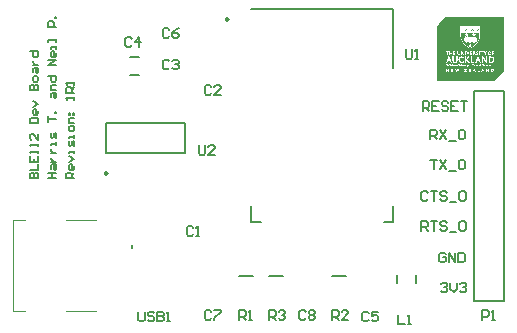
<source format=gto>
G04*
G04 #@! TF.GenerationSoftware,Altium Limited,Altium Designer,21.0.9 (235)*
G04*
G04 Layer_Color=65535*
%FSLAX25Y25*%
%MOIN*%
G70*
G04*
G04 #@! TF.SameCoordinates,28F69A72-3BD6-4D5A-B4D2-E5632D31EE07*
G04*
G04*
G04 #@! TF.FilePolarity,Positive*
G04*
G01*
G75*
%ADD10C,0.00984*%
%ADD11C,0.00787*%
%ADD12C,0.00394*%
%ADD13C,0.00591*%
G36*
X249000Y209288D02*
Y209221D01*
Y209155D01*
Y209089D01*
Y209023D01*
Y208957D01*
Y208890D01*
Y208824D01*
Y208758D01*
Y208692D01*
Y208626D01*
Y208559D01*
Y208493D01*
Y208427D01*
Y208361D01*
Y208294D01*
Y208228D01*
Y208162D01*
Y208096D01*
Y208030D01*
Y207963D01*
Y207897D01*
Y207831D01*
Y207765D01*
Y207699D01*
Y207632D01*
Y207566D01*
Y207500D01*
Y207434D01*
Y207368D01*
Y207301D01*
Y207235D01*
Y207169D01*
Y207103D01*
Y207037D01*
Y206970D01*
Y206904D01*
Y206838D01*
Y206772D01*
Y206706D01*
Y206639D01*
Y206573D01*
Y206507D01*
Y206441D01*
Y206375D01*
Y206308D01*
Y206242D01*
Y206176D01*
Y206110D01*
Y206044D01*
Y205977D01*
Y205911D01*
Y205845D01*
Y205779D01*
Y205713D01*
Y205646D01*
Y205580D01*
Y205514D01*
Y205448D01*
Y205381D01*
Y205315D01*
Y205249D01*
Y205183D01*
Y205117D01*
Y205050D01*
Y204984D01*
Y204918D01*
Y204852D01*
Y204786D01*
Y204719D01*
Y204653D01*
Y204587D01*
Y204521D01*
Y204455D01*
Y204388D01*
Y204322D01*
Y204256D01*
Y204190D01*
Y204124D01*
Y204057D01*
Y203991D01*
Y203925D01*
Y203859D01*
Y203793D01*
Y203726D01*
Y203660D01*
Y203594D01*
Y203528D01*
Y203462D01*
Y203395D01*
Y203329D01*
Y203263D01*
Y203197D01*
Y203131D01*
Y203064D01*
Y202998D01*
Y202932D01*
Y202866D01*
Y202800D01*
Y202733D01*
Y202667D01*
Y202601D01*
Y202535D01*
Y202469D01*
Y202402D01*
Y202336D01*
Y202270D01*
Y202204D01*
Y202138D01*
Y202071D01*
Y202005D01*
Y201939D01*
Y201873D01*
Y201806D01*
Y201740D01*
Y201674D01*
Y201608D01*
Y201542D01*
Y201476D01*
Y201409D01*
Y201343D01*
Y201277D01*
Y201211D01*
Y201145D01*
Y201078D01*
Y201012D01*
Y200946D01*
Y200880D01*
Y200814D01*
Y200747D01*
Y200681D01*
Y200615D01*
Y200549D01*
Y200483D01*
Y200416D01*
Y200350D01*
Y200284D01*
Y200218D01*
Y200151D01*
Y200085D01*
Y200019D01*
Y199953D01*
Y199887D01*
Y199820D01*
Y199754D01*
Y199688D01*
Y199622D01*
Y199556D01*
Y199489D01*
Y199423D01*
Y199357D01*
Y199291D01*
Y199225D01*
Y199158D01*
Y199092D01*
Y199026D01*
Y198960D01*
Y198894D01*
Y198827D01*
Y198761D01*
Y198695D01*
Y198629D01*
Y198563D01*
Y198496D01*
Y198430D01*
Y198364D01*
Y198298D01*
Y198232D01*
Y198165D01*
Y198099D01*
Y198033D01*
Y197967D01*
Y197901D01*
Y197834D01*
Y197768D01*
Y197702D01*
Y197636D01*
Y197570D01*
Y197503D01*
Y197437D01*
Y197371D01*
Y197305D01*
Y197239D01*
Y197172D01*
Y197106D01*
Y197040D01*
Y196974D01*
Y196907D01*
Y196841D01*
Y196775D01*
Y196709D01*
Y196643D01*
Y196576D01*
Y196510D01*
Y196444D01*
Y196378D01*
Y196312D01*
Y196246D01*
Y196179D01*
Y196113D01*
Y196047D01*
Y195981D01*
Y195914D01*
Y195848D01*
Y195782D01*
Y195716D01*
Y195650D01*
Y195583D01*
Y195517D01*
Y195451D01*
Y195385D01*
Y195319D01*
Y195253D01*
Y195186D01*
Y195120D01*
Y195054D01*
Y194988D01*
Y194922D01*
Y194855D01*
Y194789D01*
Y194723D01*
Y194657D01*
Y194590D01*
Y194524D01*
Y194458D01*
Y194392D01*
Y194326D01*
Y194259D01*
Y194193D01*
Y194127D01*
Y194061D01*
Y193995D01*
Y193928D01*
Y193862D01*
Y193796D01*
Y193730D01*
Y193664D01*
Y193597D01*
Y193531D01*
Y193465D01*
Y193399D01*
Y193333D01*
Y193266D01*
Y193200D01*
Y193134D01*
Y193068D01*
Y193002D01*
Y192935D01*
Y192869D01*
Y192803D01*
Y192737D01*
Y192671D01*
Y192604D01*
Y192538D01*
Y192472D01*
Y192406D01*
Y192340D01*
Y192273D01*
Y192207D01*
Y192141D01*
Y192075D01*
Y192008D01*
Y191942D01*
Y191876D01*
Y191810D01*
Y191744D01*
Y191677D01*
Y191611D01*
Y191545D01*
Y191479D01*
Y191413D01*
Y191347D01*
Y191280D01*
Y191214D01*
Y191148D01*
Y191082D01*
X248934D01*
Y191016D01*
X248868D01*
Y190949D01*
X248801D01*
Y190883D01*
X248735D01*
Y190817D01*
X248669D01*
Y190751D01*
X248603D01*
Y190684D01*
X248537D01*
Y190618D01*
X248470D01*
Y190552D01*
X248404D01*
Y190486D01*
X248338D01*
Y190420D01*
X248272D01*
Y190353D01*
X248206D01*
Y190287D01*
X248139D01*
Y190221D01*
X248073D01*
Y190155D01*
X248007D01*
Y190089D01*
X247941D01*
Y190022D01*
X247874D01*
Y189956D01*
X247808D01*
Y189890D01*
X247742D01*
Y189824D01*
X247676D01*
Y189758D01*
X247610D01*
Y189691D01*
X247544D01*
Y189625D01*
X247477D01*
Y189559D01*
X247411D01*
Y189493D01*
X247345D01*
Y189427D01*
X247279D01*
Y189360D01*
X247213D01*
Y189294D01*
X247146D01*
Y189228D01*
X247080D01*
Y189162D01*
X247014D01*
Y189096D01*
X246948D01*
Y189029D01*
X246882D01*
Y188963D01*
X246815D01*
Y188897D01*
X246749D01*
Y188831D01*
X246683D01*
Y188765D01*
X246617D01*
Y188698D01*
X246550D01*
Y188632D01*
X246484D01*
Y188566D01*
X246418D01*
Y188500D01*
X246352D01*
Y188434D01*
X246286D01*
Y188367D01*
X246219D01*
Y188301D01*
X246153D01*
Y188235D01*
X246087D01*
Y188169D01*
X246021D01*
Y188102D01*
X245955D01*
Y188036D01*
X245888D01*
Y187970D01*
X245822D01*
Y187904D01*
X226690D01*
Y187970D01*
Y188036D01*
Y188102D01*
Y188169D01*
Y188235D01*
Y188301D01*
Y188367D01*
Y188434D01*
Y188500D01*
Y188566D01*
Y188632D01*
Y188698D01*
Y188765D01*
Y188831D01*
Y188897D01*
Y188963D01*
Y189029D01*
Y189096D01*
Y189162D01*
Y189228D01*
Y189294D01*
Y189360D01*
Y189427D01*
Y189493D01*
Y189559D01*
Y189625D01*
Y189691D01*
Y189758D01*
Y189824D01*
Y189890D01*
Y189956D01*
Y190022D01*
Y190089D01*
Y190155D01*
Y190221D01*
Y190287D01*
Y190353D01*
Y190420D01*
Y190486D01*
Y190552D01*
Y190618D01*
Y190684D01*
Y190751D01*
Y190817D01*
Y190883D01*
Y190949D01*
Y191016D01*
Y191082D01*
Y191148D01*
Y191214D01*
Y191280D01*
Y191347D01*
Y191413D01*
Y191479D01*
Y191545D01*
Y191611D01*
Y191677D01*
Y191744D01*
Y191810D01*
Y191876D01*
Y191942D01*
Y192008D01*
Y192075D01*
Y192141D01*
Y192207D01*
Y192273D01*
Y192340D01*
Y192406D01*
Y192472D01*
Y192538D01*
Y192604D01*
Y192671D01*
Y192737D01*
Y192803D01*
Y192869D01*
Y192935D01*
Y193002D01*
Y193068D01*
Y193134D01*
Y193200D01*
Y193266D01*
Y193333D01*
Y193399D01*
Y193465D01*
Y193531D01*
Y193597D01*
Y193664D01*
Y193730D01*
Y193796D01*
Y193862D01*
Y193928D01*
Y193995D01*
Y194061D01*
Y194127D01*
Y194193D01*
Y194259D01*
Y194326D01*
Y194392D01*
Y194458D01*
Y194524D01*
Y194590D01*
Y194657D01*
Y194723D01*
Y194789D01*
Y194855D01*
Y194922D01*
Y194988D01*
Y195054D01*
Y195120D01*
Y195186D01*
Y195253D01*
Y195319D01*
Y195385D01*
Y195451D01*
Y195517D01*
Y195583D01*
Y195650D01*
Y195716D01*
Y195782D01*
Y195848D01*
Y195914D01*
Y195981D01*
Y196047D01*
Y196113D01*
Y196179D01*
Y196246D01*
Y196312D01*
Y196378D01*
Y196444D01*
Y196510D01*
Y196576D01*
Y196643D01*
Y196709D01*
Y196775D01*
Y196841D01*
Y196907D01*
Y196974D01*
Y197040D01*
Y197106D01*
Y197172D01*
Y197239D01*
Y197305D01*
Y197371D01*
Y197437D01*
Y197503D01*
Y197570D01*
Y197636D01*
Y197702D01*
Y197768D01*
Y197834D01*
Y197901D01*
Y197967D01*
Y198033D01*
Y198099D01*
Y198165D01*
Y198232D01*
Y198298D01*
Y198364D01*
Y198430D01*
Y198496D01*
Y198563D01*
Y198629D01*
Y198695D01*
Y198761D01*
Y198827D01*
Y198894D01*
Y198960D01*
Y199026D01*
Y199092D01*
Y199158D01*
Y199225D01*
Y199291D01*
Y199357D01*
Y199423D01*
Y199489D01*
Y199556D01*
Y199622D01*
Y199688D01*
Y199754D01*
Y199820D01*
Y199887D01*
Y199953D01*
Y200019D01*
Y200085D01*
Y200151D01*
Y200218D01*
Y200284D01*
Y200350D01*
Y200416D01*
Y200483D01*
Y200549D01*
Y200615D01*
Y200681D01*
Y200747D01*
Y200814D01*
Y200880D01*
Y200946D01*
Y201012D01*
Y201078D01*
Y201145D01*
Y201211D01*
Y201277D01*
Y201343D01*
Y201409D01*
Y201476D01*
Y201542D01*
Y201608D01*
Y201674D01*
Y201740D01*
Y201806D01*
Y201873D01*
Y201939D01*
Y202005D01*
Y202071D01*
Y202138D01*
Y202204D01*
Y202270D01*
Y202336D01*
Y202402D01*
Y202469D01*
Y202535D01*
Y202601D01*
Y202667D01*
Y202733D01*
Y202800D01*
Y202866D01*
Y202932D01*
Y202998D01*
Y203064D01*
Y203131D01*
Y203197D01*
Y203263D01*
Y203329D01*
Y203395D01*
Y203462D01*
Y203528D01*
Y203594D01*
Y203660D01*
Y203726D01*
Y203793D01*
Y203859D01*
Y203925D01*
Y203991D01*
Y204057D01*
Y204124D01*
Y204190D01*
Y204256D01*
Y204322D01*
Y204388D01*
Y204455D01*
X226623D01*
Y204521D01*
Y204587D01*
Y204653D01*
Y204719D01*
Y204786D01*
Y204852D01*
Y204918D01*
Y204984D01*
Y205050D01*
Y205117D01*
Y205183D01*
Y205249D01*
Y205315D01*
Y205381D01*
Y205448D01*
Y205514D01*
Y205580D01*
Y205646D01*
Y205713D01*
Y205779D01*
Y205845D01*
Y205911D01*
Y205977D01*
Y206044D01*
Y206110D01*
Y206176D01*
X226690D01*
Y206242D01*
X226756D01*
Y206308D01*
X226822D01*
Y206375D01*
X226888D01*
Y206441D01*
X226954D01*
Y206507D01*
X227021D01*
Y206573D01*
X227087D01*
Y206639D01*
X227153D01*
Y206706D01*
X227219D01*
Y206772D01*
X227285D01*
Y206838D01*
X227352D01*
Y206904D01*
X227418D01*
Y206970D01*
X227484D01*
Y207037D01*
X227550D01*
Y207103D01*
X227617D01*
Y207169D01*
X227683D01*
Y207235D01*
X227749D01*
Y207301D01*
X227815D01*
Y207368D01*
X227881D01*
Y207434D01*
X227947D01*
Y207500D01*
X228014D01*
Y207566D01*
X228080D01*
Y207632D01*
X228146D01*
Y207699D01*
X228212D01*
Y207765D01*
X228278D01*
Y207831D01*
X228345D01*
Y207897D01*
X228411D01*
Y207963D01*
X228477D01*
Y208030D01*
X228543D01*
Y208096D01*
X228609D01*
Y208162D01*
X228676D01*
Y208228D01*
X228742D01*
Y208294D01*
X228808D01*
Y208361D01*
X228874D01*
Y208427D01*
X228941D01*
Y208493D01*
X229007D01*
Y208559D01*
X229073D01*
Y208626D01*
X229139D01*
Y208692D01*
X229205D01*
Y208758D01*
X229272D01*
Y208824D01*
X229338D01*
Y208890D01*
X229404D01*
Y208957D01*
X229470D01*
Y209023D01*
X229536D01*
Y209089D01*
X229603D01*
Y209155D01*
X229669D01*
Y209221D01*
X229735D01*
Y209288D01*
X229801D01*
Y209354D01*
X249000D01*
Y209288D01*
D02*
G37*
%LPC*%
G36*
X241122Y206242D02*
X234568D01*
Y206176D01*
Y206110D01*
Y206044D01*
Y205977D01*
Y205911D01*
Y205845D01*
Y205779D01*
Y205713D01*
Y205646D01*
Y205580D01*
Y205514D01*
Y205448D01*
Y205381D01*
Y205315D01*
Y205249D01*
Y205183D01*
Y205117D01*
Y205050D01*
Y204984D01*
Y204918D01*
Y204852D01*
Y204786D01*
Y204719D01*
Y204653D01*
Y204587D01*
Y204521D01*
Y204455D01*
Y204388D01*
Y204322D01*
Y204256D01*
Y204190D01*
Y204124D01*
Y204057D01*
Y203991D01*
Y203925D01*
Y203859D01*
Y203793D01*
Y203726D01*
Y203660D01*
Y203594D01*
Y203528D01*
Y203462D01*
Y203395D01*
Y203329D01*
Y203263D01*
Y203197D01*
Y203131D01*
Y203064D01*
Y202998D01*
Y202932D01*
Y202866D01*
Y202800D01*
Y202733D01*
X234634D01*
Y202667D01*
Y202601D01*
Y202535D01*
Y202469D01*
Y202402D01*
Y202336D01*
X234700D01*
Y202270D01*
Y202204D01*
Y202138D01*
Y202071D01*
X234766D01*
Y202005D01*
Y201939D01*
Y201873D01*
X234833D01*
Y201806D01*
Y201740D01*
Y201674D01*
X234899D01*
Y201608D01*
Y201542D01*
X234965D01*
Y201476D01*
Y201409D01*
Y201343D01*
X235031D01*
Y201277D01*
Y201211D01*
X235097D01*
Y201145D01*
X235164D01*
Y201078D01*
Y201012D01*
X235230D01*
Y200946D01*
Y200880D01*
X235296D01*
Y200814D01*
X235362D01*
Y200747D01*
Y200681D01*
X235428D01*
Y200615D01*
X235495D01*
Y200549D01*
Y200483D01*
X235561D01*
Y200416D01*
X235627D01*
Y200350D01*
X235693D01*
Y200284D01*
X235759D01*
Y200218D01*
X235826D01*
Y200151D01*
X235892D01*
Y200085D01*
X235958D01*
Y200019D01*
X236024D01*
Y199953D01*
X236090D01*
Y199887D01*
X236157D01*
Y199820D01*
X236223D01*
Y199754D01*
X236289D01*
Y199688D01*
X236355D01*
Y199622D01*
X236421D01*
Y199556D01*
X236554D01*
Y199489D01*
X236620D01*
Y199423D01*
X236753D01*
Y199357D01*
X236819D01*
Y199291D01*
X236951D01*
Y199225D01*
X237017D01*
Y199158D01*
X237150D01*
Y199092D01*
X237282D01*
Y199026D01*
X237415D01*
Y198960D01*
X237547D01*
Y198894D01*
X237679D01*
Y198827D01*
X238010D01*
Y198894D01*
X238143D01*
Y198960D01*
X238275D01*
Y199026D01*
X238407D01*
Y199092D01*
X238540D01*
Y199158D01*
X238672D01*
Y199225D01*
X238738D01*
Y199291D01*
X238871D01*
Y199357D01*
X239003D01*
Y199423D01*
X239070D01*
Y199489D01*
X239136D01*
Y199556D01*
X239268D01*
Y199622D01*
X239334D01*
Y199688D01*
X239401D01*
Y199754D01*
X239467D01*
Y199820D01*
X239533D01*
Y199887D01*
X239599D01*
Y199953D01*
X239732D01*
Y200019D01*
X239798D01*
Y200085D01*
Y200151D01*
X239864D01*
Y200218D01*
X239930D01*
Y200284D01*
X239996D01*
Y200350D01*
X240063D01*
Y200416D01*
X240129D01*
Y200483D01*
X240195D01*
Y200549D01*
Y200615D01*
X240261D01*
Y200681D01*
X240327D01*
Y200747D01*
Y200814D01*
X240394D01*
Y200880D01*
X240460D01*
Y200946D01*
Y201012D01*
X240526D01*
Y201078D01*
X240592D01*
Y201145D01*
Y201211D01*
X240658D01*
Y201277D01*
Y201343D01*
X240725D01*
Y201409D01*
Y201476D01*
Y201542D01*
X240791D01*
Y201608D01*
Y201674D01*
X240857D01*
Y201740D01*
Y201806D01*
Y201873D01*
X240923D01*
Y201939D01*
Y202005D01*
Y202071D01*
X240989D01*
Y202138D01*
Y202204D01*
Y202270D01*
Y202336D01*
X241056D01*
Y202402D01*
Y202469D01*
Y202535D01*
Y202601D01*
Y202667D01*
Y202733D01*
X241122D01*
Y202800D01*
Y202866D01*
Y202932D01*
Y202998D01*
Y203064D01*
Y203131D01*
Y203197D01*
Y203263D01*
Y203329D01*
Y203395D01*
Y203462D01*
Y203528D01*
Y203594D01*
Y203660D01*
Y203726D01*
Y203793D01*
Y203859D01*
Y203925D01*
Y203991D01*
Y204057D01*
Y204124D01*
Y204190D01*
Y204256D01*
Y204322D01*
Y204388D01*
Y204455D01*
Y204521D01*
Y204587D01*
Y204653D01*
Y204719D01*
Y204786D01*
Y204852D01*
Y204918D01*
Y204984D01*
Y205050D01*
Y205117D01*
Y205183D01*
Y205249D01*
Y205315D01*
Y205381D01*
Y205448D01*
Y205514D01*
Y205580D01*
Y205646D01*
Y205713D01*
Y205779D01*
Y205845D01*
Y205911D01*
Y205977D01*
Y206044D01*
Y206110D01*
Y206176D01*
Y206242D01*
D02*
G37*
G36*
X243373Y197834D02*
X243042D01*
Y197768D01*
X242975D01*
Y197702D01*
X242909D01*
Y197636D01*
X242843D01*
Y197570D01*
Y197503D01*
X242777D01*
Y197570D01*
Y197636D01*
X242711D01*
Y197702D01*
X242645D01*
Y197768D01*
Y197834D01*
X241254D01*
Y197768D01*
Y197702D01*
Y197636D01*
Y197570D01*
X241652D01*
Y197503D01*
Y197437D01*
Y197371D01*
Y197305D01*
Y197239D01*
Y197172D01*
Y197106D01*
Y197040D01*
Y196974D01*
Y196907D01*
Y196841D01*
Y196775D01*
Y196709D01*
Y196643D01*
Y196576D01*
X241916D01*
Y196643D01*
Y196709D01*
Y196775D01*
Y196841D01*
Y196907D01*
Y196974D01*
Y197040D01*
Y197106D01*
Y197172D01*
Y197239D01*
Y197305D01*
Y197371D01*
Y197437D01*
Y197503D01*
Y197570D01*
X242247D01*
Y197636D01*
Y197702D01*
Y197768D01*
X242314D01*
Y197702D01*
X242380D01*
Y197636D01*
Y197570D01*
X242446D01*
Y197503D01*
X242512D01*
Y197437D01*
X242578D01*
Y197371D01*
Y197305D01*
X242645D01*
Y197239D01*
X242711D01*
Y197172D01*
Y197106D01*
Y197040D01*
Y196974D01*
Y196907D01*
Y196841D01*
Y196775D01*
Y196709D01*
Y196643D01*
Y196576D01*
X242975D01*
Y196643D01*
Y196709D01*
Y196775D01*
Y196841D01*
Y196907D01*
Y196974D01*
Y197040D01*
Y197106D01*
Y197172D01*
Y197239D01*
Y197305D01*
X243042D01*
Y197371D01*
X243108D01*
Y197437D01*
Y197503D01*
X243174D01*
Y197570D01*
X243240D01*
Y197636D01*
Y197702D01*
X243307D01*
Y197768D01*
X243373D01*
Y197834D01*
D02*
G37*
G36*
X240460D02*
X239996D01*
Y197768D01*
X239930D01*
Y197702D01*
X239864D01*
Y197636D01*
Y197570D01*
Y197503D01*
Y197437D01*
Y197371D01*
Y197305D01*
X239930D01*
Y197239D01*
X239996D01*
Y197172D01*
X240063D01*
Y197106D01*
X240129D01*
Y197040D01*
X240261D01*
Y196974D01*
X240327D01*
Y196907D01*
Y196841D01*
X240063D01*
Y196907D01*
X239996D01*
Y196974D01*
X239930D01*
Y197040D01*
X239864D01*
Y196974D01*
Y196907D01*
Y196841D01*
Y196775D01*
Y196709D01*
Y196643D01*
X239930D01*
Y196576D01*
X240460D01*
Y196643D01*
X240526D01*
Y196709D01*
Y196775D01*
Y196841D01*
X240592D01*
Y196907D01*
Y196974D01*
Y197040D01*
X240526D01*
Y197106D01*
Y197172D01*
X240460D01*
Y197239D01*
X240394D01*
Y197305D01*
X240327D01*
Y197371D01*
X240195D01*
Y197437D01*
X240129D01*
Y197503D01*
Y197570D01*
X240394D01*
Y197503D01*
X240460D01*
Y197437D01*
X240526D01*
Y197503D01*
Y197570D01*
Y197636D01*
Y197702D01*
Y197768D01*
X240460D01*
Y197834D01*
D02*
G37*
G36*
X231920D02*
X231655D01*
Y197768D01*
Y197702D01*
Y197636D01*
Y197570D01*
Y197503D01*
Y197437D01*
Y197371D01*
X231191D01*
Y197437D01*
Y197503D01*
Y197570D01*
Y197636D01*
Y197702D01*
Y197768D01*
Y197834D01*
X230927D01*
Y197768D01*
Y197702D01*
Y197636D01*
Y197570D01*
Y197503D01*
Y197437D01*
Y197371D01*
Y197305D01*
Y197239D01*
Y197172D01*
Y197106D01*
Y197040D01*
Y196974D01*
Y196907D01*
Y196841D01*
Y196775D01*
Y196709D01*
Y196643D01*
Y196576D01*
X231191D01*
Y196643D01*
Y196709D01*
Y196775D01*
Y196841D01*
Y196907D01*
Y196974D01*
Y197040D01*
Y197106D01*
X231655D01*
Y197040D01*
Y196974D01*
Y196907D01*
Y196841D01*
Y196775D01*
Y196709D01*
Y196643D01*
Y196576D01*
X231920D01*
Y196643D01*
Y196709D01*
Y196775D01*
Y196841D01*
Y196907D01*
Y196974D01*
Y197040D01*
Y197106D01*
Y197172D01*
Y197239D01*
Y197305D01*
Y197371D01*
Y197437D01*
Y197503D01*
Y197570D01*
Y197636D01*
Y197702D01*
Y197768D01*
Y197834D01*
D02*
G37*
G36*
X237613D02*
X237348D01*
Y197768D01*
Y197702D01*
X237282D01*
Y197636D01*
Y197570D01*
Y197503D01*
X237216D01*
Y197437D01*
Y197371D01*
X237150D01*
Y197305D01*
Y197239D01*
Y197172D01*
X237084D01*
Y197239D01*
Y197305D01*
X237017D01*
Y197371D01*
Y197437D01*
Y197503D01*
X236951D01*
Y197570D01*
Y197636D01*
X236885D01*
Y197702D01*
Y197768D01*
Y197834D01*
X236554D01*
Y197768D01*
X236620D01*
Y197702D01*
Y197636D01*
Y197570D01*
X236686D01*
Y197503D01*
Y197437D01*
X236753D01*
Y197371D01*
Y197305D01*
Y197239D01*
X236819D01*
Y197172D01*
Y197106D01*
X236885D01*
Y197040D01*
Y196974D01*
Y196907D01*
X236951D01*
Y196841D01*
Y196775D01*
Y196709D01*
X237017D01*
Y196643D01*
Y196576D01*
X237216D01*
Y196643D01*
Y196709D01*
Y196775D01*
X237282D01*
Y196841D01*
Y196907D01*
X237348D01*
Y196974D01*
Y197040D01*
Y197106D01*
X237415D01*
Y197172D01*
Y197239D01*
Y197305D01*
X237481D01*
Y197371D01*
Y197437D01*
X237547D01*
Y197503D01*
Y197570D01*
Y197636D01*
X237613D01*
Y197702D01*
Y197768D01*
Y197834D01*
D02*
G37*
G36*
X235892D02*
X235627D01*
Y197768D01*
Y197702D01*
Y197636D01*
Y197570D01*
Y197503D01*
Y197437D01*
Y197371D01*
Y197305D01*
Y197239D01*
Y197172D01*
Y197106D01*
X235561D01*
Y197172D01*
Y197239D01*
X235495D01*
Y197305D01*
X235428D01*
Y197371D01*
X235362D01*
Y197437D01*
X235296D01*
Y197503D01*
Y197570D01*
X235230D01*
Y197636D01*
X235164D01*
Y197702D01*
X235097D01*
Y197768D01*
X235031D01*
Y197834D01*
X234766D01*
Y197768D01*
Y197702D01*
Y197636D01*
Y197570D01*
Y197503D01*
Y197437D01*
Y197371D01*
Y197305D01*
Y197239D01*
Y197172D01*
Y197106D01*
Y197040D01*
Y196974D01*
Y196907D01*
Y196841D01*
Y196775D01*
Y196709D01*
Y196643D01*
Y196576D01*
X235031D01*
Y196643D01*
Y196709D01*
Y196775D01*
Y196841D01*
Y196907D01*
Y196974D01*
Y197040D01*
Y197106D01*
Y197172D01*
Y197239D01*
Y197305D01*
Y197371D01*
X235097D01*
Y197305D01*
Y197239D01*
X235164D01*
Y197172D01*
X235230D01*
Y197106D01*
X235296D01*
Y197040D01*
Y196974D01*
X235362D01*
Y196907D01*
X235428D01*
Y196841D01*
X235495D01*
Y196775D01*
X235561D01*
Y196709D01*
Y196643D01*
X235627D01*
Y196576D01*
X235892D01*
Y196643D01*
Y196709D01*
Y196775D01*
Y196841D01*
Y196907D01*
Y196974D01*
Y197040D01*
Y197106D01*
Y197172D01*
Y197239D01*
Y197305D01*
Y197371D01*
Y197437D01*
Y197503D01*
Y197570D01*
Y197636D01*
Y197702D01*
Y197768D01*
Y197834D01*
D02*
G37*
G36*
X234568D02*
X234303D01*
Y197768D01*
Y197702D01*
Y197636D01*
Y197570D01*
Y197503D01*
Y197437D01*
Y197371D01*
Y197305D01*
Y197239D01*
Y197172D01*
Y197106D01*
Y197040D01*
Y196974D01*
Y196907D01*
X234237D01*
Y196841D01*
X233906D01*
Y196907D01*
X233840D01*
Y196974D01*
Y197040D01*
Y197106D01*
Y197172D01*
Y197239D01*
Y197305D01*
Y197371D01*
Y197437D01*
Y197503D01*
Y197570D01*
Y197636D01*
Y197702D01*
Y197768D01*
Y197834D01*
X233575D01*
Y197768D01*
Y197702D01*
Y197636D01*
Y197570D01*
Y197503D01*
Y197437D01*
Y197371D01*
Y197305D01*
Y197239D01*
Y197172D01*
Y197106D01*
Y197040D01*
Y196974D01*
Y196907D01*
Y196841D01*
X233641D01*
Y196775D01*
Y196709D01*
X233707D01*
Y196643D01*
X233840D01*
Y196576D01*
X234369D01*
Y196643D01*
X234435D01*
Y196709D01*
X234502D01*
Y196775D01*
X234568D01*
Y196841D01*
Y196907D01*
Y196974D01*
Y197040D01*
Y197106D01*
Y197172D01*
Y197239D01*
Y197305D01*
Y197371D01*
Y197437D01*
Y197503D01*
Y197570D01*
Y197636D01*
Y197702D01*
Y197768D01*
Y197834D01*
D02*
G37*
G36*
X245756D02*
X245094D01*
Y197768D01*
Y197702D01*
Y197636D01*
Y197570D01*
Y197503D01*
Y197437D01*
Y197371D01*
Y197305D01*
Y197239D01*
Y197172D01*
Y197106D01*
Y197040D01*
Y196974D01*
Y196907D01*
Y196841D01*
Y196775D01*
Y196709D01*
Y196643D01*
Y196576D01*
X245359D01*
Y196643D01*
Y196709D01*
Y196775D01*
Y196841D01*
Y196907D01*
Y196974D01*
Y197040D01*
Y197106D01*
X245756D01*
Y197172D01*
Y197239D01*
Y197305D01*
Y197371D01*
X245359D01*
Y197437D01*
Y197503D01*
Y197570D01*
Y197636D01*
X245756D01*
Y197702D01*
Y197768D01*
Y197834D01*
D02*
G37*
G36*
X244564D02*
X244035D01*
Y197768D01*
X243902D01*
Y197702D01*
X243836D01*
Y197636D01*
X243770D01*
Y197570D01*
Y197503D01*
X243704D01*
Y197437D01*
Y197371D01*
Y197305D01*
Y197239D01*
Y197172D01*
Y197106D01*
Y197040D01*
Y196974D01*
Y196907D01*
X243770D01*
Y196841D01*
Y196775D01*
X243836D01*
Y196709D01*
X243902D01*
Y196643D01*
X244035D01*
Y196576D01*
X244564D01*
Y196643D01*
X244697D01*
Y196709D01*
X244763D01*
Y196775D01*
X244829D01*
Y196841D01*
Y196907D01*
X244895D01*
Y196974D01*
Y197040D01*
Y197106D01*
Y197172D01*
Y197239D01*
Y197305D01*
Y197371D01*
Y197437D01*
Y197503D01*
X244829D01*
Y197570D01*
Y197636D01*
X244763D01*
Y197702D01*
X244697D01*
Y197768D01*
X244564D01*
Y197834D01*
D02*
G37*
G36*
X241122D02*
X240857D01*
Y197768D01*
Y197702D01*
Y197636D01*
Y197570D01*
Y197503D01*
Y197437D01*
Y197371D01*
Y197305D01*
Y197239D01*
Y197172D01*
Y197106D01*
Y197040D01*
Y196974D01*
Y196907D01*
Y196841D01*
Y196775D01*
Y196709D01*
Y196643D01*
Y196576D01*
X241122D01*
Y196643D01*
Y196709D01*
Y196775D01*
Y196841D01*
Y196907D01*
Y196974D01*
Y197040D01*
Y197106D01*
Y197172D01*
Y197239D01*
Y197305D01*
Y197371D01*
Y197437D01*
Y197503D01*
Y197570D01*
Y197636D01*
Y197702D01*
Y197768D01*
Y197834D01*
D02*
G37*
G36*
X239401D02*
X238805D01*
Y197768D01*
Y197702D01*
Y197636D01*
Y197570D01*
Y197503D01*
Y197437D01*
Y197371D01*
Y197305D01*
Y197239D01*
Y197172D01*
Y197106D01*
Y197040D01*
Y196974D01*
Y196907D01*
Y196841D01*
Y196775D01*
Y196709D01*
Y196643D01*
Y196576D01*
X239070D01*
Y196643D01*
Y196709D01*
Y196775D01*
Y196841D01*
Y196907D01*
Y196974D01*
Y197040D01*
Y197106D01*
X239136D01*
Y197040D01*
X239202D01*
Y196974D01*
X239268D01*
Y196907D01*
Y196841D01*
X239334D01*
Y196775D01*
X239401D01*
Y196709D01*
Y196643D01*
X239467D01*
Y196576D01*
X239798D01*
Y196643D01*
X239732D01*
Y196709D01*
Y196775D01*
X239665D01*
Y196841D01*
X239599D01*
Y196907D01*
Y196974D01*
X239533D01*
Y197040D01*
Y197106D01*
X239467D01*
Y197172D01*
Y197239D01*
X239533D01*
Y197305D01*
Y197371D01*
Y197437D01*
Y197503D01*
Y197570D01*
Y197636D01*
Y197702D01*
X239467D01*
Y197768D01*
X239401D01*
Y197834D01*
D02*
G37*
G36*
X238540D02*
X237812D01*
Y197768D01*
Y197702D01*
Y197636D01*
Y197570D01*
Y197503D01*
Y197437D01*
Y197371D01*
Y197305D01*
Y197239D01*
Y197172D01*
Y197106D01*
Y197040D01*
Y196974D01*
Y196907D01*
Y196841D01*
Y196775D01*
Y196709D01*
Y196643D01*
Y196576D01*
X238540D01*
Y196643D01*
Y196709D01*
Y196775D01*
Y196841D01*
X238076D01*
Y196907D01*
Y196974D01*
Y197040D01*
Y197106D01*
X238540D01*
Y197172D01*
Y197239D01*
Y197305D01*
Y197371D01*
X238076D01*
Y197437D01*
Y197503D01*
Y197570D01*
X238540D01*
Y197636D01*
Y197702D01*
Y197768D01*
Y197834D01*
D02*
G37*
G36*
X236421D02*
X236157D01*
Y197768D01*
Y197702D01*
Y197636D01*
Y197570D01*
Y197503D01*
Y197437D01*
Y197371D01*
Y197305D01*
Y197239D01*
Y197172D01*
Y197106D01*
Y197040D01*
Y196974D01*
Y196907D01*
Y196841D01*
Y196775D01*
Y196709D01*
Y196643D01*
Y196576D01*
X236421D01*
Y196643D01*
Y196709D01*
Y196775D01*
Y196841D01*
Y196907D01*
Y196974D01*
Y197040D01*
Y197106D01*
Y197172D01*
Y197239D01*
Y197305D01*
Y197371D01*
Y197437D01*
Y197503D01*
Y197570D01*
Y197636D01*
Y197702D01*
Y197768D01*
Y197834D01*
D02*
G37*
G36*
X232913D02*
X232185D01*
Y197768D01*
Y197702D01*
Y197636D01*
Y197570D01*
Y197503D01*
Y197437D01*
Y197371D01*
Y197305D01*
Y197239D01*
Y197172D01*
Y197106D01*
Y197040D01*
Y196974D01*
Y196907D01*
Y196841D01*
Y196775D01*
Y196709D01*
Y196643D01*
Y196576D01*
X232913D01*
Y196643D01*
Y196709D01*
Y196775D01*
Y196841D01*
X232449D01*
Y196907D01*
Y196974D01*
Y197040D01*
Y197106D01*
X232913D01*
Y197172D01*
Y197239D01*
Y197305D01*
Y197371D01*
X232449D01*
Y197437D01*
Y197503D01*
Y197570D01*
X232913D01*
Y197636D01*
Y197702D01*
Y197768D01*
Y197834D01*
D02*
G37*
G36*
X230860D02*
X229867D01*
Y197768D01*
Y197702D01*
Y197636D01*
Y197570D01*
X230198D01*
Y197503D01*
Y197437D01*
Y197371D01*
Y197305D01*
Y197239D01*
Y197172D01*
Y197106D01*
Y197040D01*
Y196974D01*
Y196907D01*
Y196841D01*
Y196775D01*
Y196709D01*
Y196643D01*
Y196576D01*
X230463D01*
Y196643D01*
Y196709D01*
Y196775D01*
Y196841D01*
Y196907D01*
Y196974D01*
Y197040D01*
Y197106D01*
Y197172D01*
Y197239D01*
Y197305D01*
Y197371D01*
Y197437D01*
Y197503D01*
Y197570D01*
X230860D01*
Y197636D01*
Y197702D01*
Y197768D01*
Y197834D01*
D02*
G37*
G36*
X235230Y196179D02*
X234700D01*
Y196113D01*
X234502D01*
Y196047D01*
X234369D01*
Y195981D01*
X234303D01*
Y195914D01*
X234237D01*
Y195848D01*
X234171D01*
Y195782D01*
X234104D01*
Y195716D01*
Y195650D01*
X234038D01*
Y195583D01*
Y195517D01*
X233972D01*
Y195451D01*
Y195385D01*
Y195319D01*
Y195253D01*
X233906D01*
Y195186D01*
Y195120D01*
Y195054D01*
Y194988D01*
Y194922D01*
Y194855D01*
X233972D01*
Y194789D01*
Y194723D01*
Y194657D01*
X234038D01*
Y194590D01*
Y194524D01*
Y194458D01*
X234104D01*
Y194392D01*
X234171D01*
Y194326D01*
X234237D01*
Y194259D01*
X234303D01*
Y194193D01*
X234369D01*
Y194127D01*
X234435D01*
Y194061D01*
X234634D01*
Y193995D01*
X235362D01*
Y194061D01*
X235561D01*
Y194127D01*
X235627D01*
Y194193D01*
X235693D01*
Y194259D01*
Y194326D01*
Y194392D01*
Y194458D01*
Y194524D01*
Y194590D01*
Y194657D01*
X235561D01*
Y194590D01*
X235495D01*
Y194524D01*
X235362D01*
Y194458D01*
X235230D01*
Y194392D01*
X234766D01*
Y194458D01*
X234634D01*
Y194524D01*
X234568D01*
Y194590D01*
X234502D01*
Y194657D01*
X234435D01*
Y194723D01*
Y194789D01*
X234369D01*
Y194855D01*
Y194922D01*
Y194988D01*
Y195054D01*
X234303D01*
Y195120D01*
X234369D01*
Y195186D01*
Y195253D01*
Y195319D01*
Y195385D01*
X234435D01*
Y195451D01*
Y195517D01*
X234502D01*
Y195583D01*
X234568D01*
Y195650D01*
X234700D01*
Y195716D01*
X234833D01*
Y195782D01*
X235164D01*
Y195716D01*
X235362D01*
Y195650D01*
X235495D01*
Y195583D01*
X235561D01*
Y195517D01*
X235693D01*
Y195583D01*
Y195650D01*
Y195716D01*
Y195782D01*
Y195848D01*
X235627D01*
Y195914D01*
Y195981D01*
Y196047D01*
X235495D01*
Y196113D01*
X235230D01*
Y196179D01*
D02*
G37*
G36*
X237613D02*
X237150D01*
Y196113D01*
X237084D01*
Y196047D01*
X237017D01*
Y195981D01*
Y195914D01*
X236951D01*
Y195848D01*
X236885D01*
Y195782D01*
X236819D01*
Y195716D01*
X236753D01*
Y195650D01*
X236686D01*
Y195583D01*
Y195517D01*
X236620D01*
Y195451D01*
X236554D01*
Y195385D01*
X236488D01*
Y195451D01*
Y195517D01*
Y195583D01*
Y195650D01*
Y195716D01*
Y195782D01*
Y195848D01*
Y195914D01*
Y195981D01*
Y196047D01*
Y196113D01*
Y196179D01*
X236090D01*
Y196113D01*
Y196047D01*
Y195981D01*
Y195914D01*
Y195848D01*
Y195782D01*
Y195716D01*
Y195650D01*
Y195583D01*
Y195517D01*
Y195451D01*
Y195385D01*
Y195319D01*
Y195253D01*
Y195186D01*
Y195120D01*
Y195054D01*
Y194988D01*
Y194922D01*
Y194855D01*
Y194789D01*
Y194723D01*
Y194657D01*
Y194590D01*
Y194524D01*
Y194458D01*
Y194392D01*
Y194326D01*
Y194259D01*
Y194193D01*
Y194127D01*
Y194061D01*
Y193995D01*
X236488D01*
Y194061D01*
Y194127D01*
Y194193D01*
Y194259D01*
Y194326D01*
Y194392D01*
Y194458D01*
Y194524D01*
Y194590D01*
Y194657D01*
Y194723D01*
Y194789D01*
Y194855D01*
X236554D01*
Y194789D01*
X236620D01*
Y194723D01*
X236686D01*
Y194657D01*
X236753D01*
Y194590D01*
X236819D01*
Y194524D01*
X236885D01*
Y194458D01*
X236951D01*
Y194392D01*
X237017D01*
Y194326D01*
X237084D01*
Y194259D01*
Y194193D01*
X237150D01*
Y194127D01*
X237216D01*
Y194061D01*
X237282D01*
Y193995D01*
X237812D01*
Y194061D01*
Y194127D01*
X237745D01*
Y194193D01*
X237679D01*
Y194259D01*
X237613D01*
Y194326D01*
X237547D01*
Y194392D01*
X237481D01*
Y194458D01*
Y194524D01*
X237415D01*
Y194590D01*
X237348D01*
Y194657D01*
X237282D01*
Y194723D01*
X237216D01*
Y194789D01*
X237150D01*
Y194855D01*
X237084D01*
Y194922D01*
X237017D01*
Y194988D01*
X236951D01*
Y195054D01*
X236885D01*
Y195120D01*
Y195186D01*
X236951D01*
Y195253D01*
Y195319D01*
X237017D01*
Y195385D01*
X237084D01*
Y195451D01*
X237150D01*
Y195517D01*
X237216D01*
Y195583D01*
Y195650D01*
X237282D01*
Y195716D01*
X237348D01*
Y195782D01*
X237415D01*
Y195848D01*
X237481D01*
Y195914D01*
X237547D01*
Y195981D01*
Y196047D01*
X237613D01*
Y196113D01*
Y196179D01*
D02*
G37*
G36*
X243571D02*
X243174D01*
Y196113D01*
Y196047D01*
Y195981D01*
Y195914D01*
Y195848D01*
Y195782D01*
Y195716D01*
Y195650D01*
Y195583D01*
Y195517D01*
Y195451D01*
Y195385D01*
Y195319D01*
Y195253D01*
Y195186D01*
Y195120D01*
Y195054D01*
Y194988D01*
Y194922D01*
Y194855D01*
X243108D01*
Y194922D01*
X243042D01*
Y194988D01*
X242975D01*
Y195054D01*
X242909D01*
Y195120D01*
Y195186D01*
X242843D01*
Y195253D01*
X242777D01*
Y195319D01*
X242711D01*
Y195385D01*
X242645D01*
Y195451D01*
Y195517D01*
X242578D01*
Y195583D01*
X242512D01*
Y195650D01*
X242446D01*
Y195716D01*
Y195782D01*
X242380D01*
Y195848D01*
X242314D01*
Y195914D01*
X242247D01*
Y195981D01*
X242181D01*
Y196047D01*
Y196113D01*
X242115D01*
Y196179D01*
X241784D01*
Y196113D01*
Y196047D01*
Y195981D01*
Y195914D01*
Y195848D01*
Y195782D01*
Y195716D01*
Y195650D01*
Y195583D01*
Y195517D01*
Y195451D01*
Y195385D01*
Y195319D01*
Y195253D01*
Y195186D01*
Y195120D01*
Y195054D01*
Y194988D01*
Y194922D01*
Y194855D01*
Y194789D01*
Y194723D01*
Y194657D01*
Y194590D01*
Y194524D01*
Y194458D01*
Y194392D01*
Y194326D01*
Y194259D01*
Y194193D01*
Y194127D01*
Y194061D01*
Y193995D01*
X242181D01*
Y194061D01*
Y194127D01*
Y194193D01*
Y194259D01*
Y194326D01*
Y194392D01*
Y194458D01*
Y194524D01*
Y194590D01*
Y194657D01*
Y194723D01*
Y194789D01*
Y194855D01*
Y194922D01*
Y194988D01*
Y195054D01*
Y195120D01*
Y195186D01*
Y195253D01*
Y195319D01*
X242247D01*
Y195253D01*
X242314D01*
Y195186D01*
X242380D01*
Y195120D01*
Y195054D01*
X242446D01*
Y194988D01*
X242512D01*
Y194922D01*
X242578D01*
Y194855D01*
Y194789D01*
X242645D01*
Y194723D01*
X242711D01*
Y194657D01*
X242777D01*
Y194590D01*
X242843D01*
Y194524D01*
Y194458D01*
X242909D01*
Y194392D01*
X242975D01*
Y194326D01*
X243042D01*
Y194259D01*
Y194193D01*
X243108D01*
Y194127D01*
X243174D01*
Y194061D01*
X243240D01*
Y193995D01*
X243571D01*
Y194061D01*
Y194127D01*
Y194193D01*
Y194259D01*
Y194326D01*
Y194392D01*
Y194458D01*
Y194524D01*
Y194590D01*
Y194657D01*
Y194723D01*
Y194789D01*
Y194855D01*
Y194922D01*
Y194988D01*
Y195054D01*
Y195120D01*
Y195186D01*
Y195253D01*
Y195319D01*
Y195385D01*
Y195451D01*
Y195517D01*
Y195583D01*
Y195650D01*
Y195716D01*
Y195782D01*
Y195848D01*
Y195914D01*
Y195981D01*
Y196047D01*
Y196113D01*
Y196179D01*
D02*
G37*
G36*
X233641D02*
X233244D01*
Y196113D01*
Y196047D01*
Y195981D01*
Y195914D01*
Y195848D01*
Y195782D01*
Y195716D01*
Y195650D01*
Y195583D01*
Y195517D01*
Y195451D01*
Y195385D01*
Y195319D01*
Y195253D01*
Y195186D01*
Y195120D01*
Y195054D01*
Y194988D01*
Y194922D01*
Y194855D01*
Y194789D01*
X233177D01*
Y194723D01*
Y194657D01*
Y194590D01*
X233111D01*
Y194524D01*
X233045D01*
Y194458D01*
X232913D01*
Y194392D01*
X232582D01*
Y194458D01*
X232449D01*
Y194524D01*
X232383D01*
Y194590D01*
Y194657D01*
X232317D01*
Y194723D01*
Y194789D01*
Y194855D01*
Y194922D01*
Y194988D01*
Y195054D01*
Y195120D01*
Y195186D01*
Y195253D01*
Y195319D01*
Y195385D01*
Y195451D01*
Y195517D01*
Y195583D01*
Y195650D01*
Y195716D01*
Y195782D01*
Y195848D01*
Y195914D01*
Y195981D01*
Y196047D01*
Y196113D01*
Y196179D01*
X231920D01*
Y196113D01*
Y196047D01*
Y195981D01*
Y195914D01*
Y195848D01*
Y195782D01*
Y195716D01*
Y195650D01*
Y195583D01*
Y195517D01*
Y195451D01*
Y195385D01*
Y195319D01*
Y195253D01*
Y195186D01*
Y195120D01*
Y195054D01*
Y194988D01*
Y194922D01*
Y194855D01*
Y194789D01*
Y194723D01*
Y194657D01*
Y194590D01*
X231986D01*
Y194524D01*
Y194458D01*
Y194392D01*
X232052D01*
Y194326D01*
Y194259D01*
X232118D01*
Y194193D01*
X232185D01*
Y194127D01*
X232317D01*
Y194061D01*
X232449D01*
Y193995D01*
X233111D01*
Y194061D01*
X233244D01*
Y194127D01*
X233310D01*
Y194193D01*
X233442D01*
Y194259D01*
Y194326D01*
X233508D01*
Y194392D01*
Y194458D01*
X233575D01*
Y194524D01*
Y194590D01*
Y194657D01*
Y194723D01*
X233641D01*
Y194789D01*
Y194855D01*
Y194922D01*
Y194988D01*
Y195054D01*
Y195120D01*
Y195186D01*
Y195253D01*
Y195319D01*
Y195385D01*
Y195451D01*
Y195517D01*
Y195583D01*
Y195650D01*
Y195716D01*
Y195782D01*
Y195848D01*
Y195914D01*
Y195981D01*
Y196047D01*
Y196113D01*
Y196179D01*
D02*
G37*
G36*
X244895D02*
X244035D01*
Y196113D01*
Y196047D01*
Y195981D01*
Y195914D01*
Y195848D01*
Y195782D01*
Y195716D01*
Y195650D01*
Y195583D01*
Y195517D01*
Y195451D01*
Y195385D01*
Y195319D01*
Y195253D01*
Y195186D01*
Y195120D01*
Y195054D01*
Y194988D01*
Y194922D01*
Y194855D01*
Y194789D01*
Y194723D01*
Y194657D01*
Y194590D01*
Y194524D01*
Y194458D01*
Y194392D01*
Y194326D01*
Y194259D01*
Y194193D01*
Y194127D01*
Y194061D01*
Y193995D01*
X245028D01*
Y194061D01*
X245293D01*
Y194127D01*
X245359D01*
Y194193D01*
X245491D01*
Y194259D01*
X245557D01*
Y194326D01*
X245624D01*
Y194392D01*
X245690D01*
Y194458D01*
Y194524D01*
X245756D01*
Y194590D01*
Y194657D01*
Y194723D01*
X245822D01*
Y194789D01*
Y194855D01*
Y194922D01*
Y194988D01*
Y195054D01*
Y195120D01*
Y195186D01*
Y195253D01*
Y195319D01*
Y195385D01*
Y195451D01*
X245756D01*
Y195517D01*
Y195583D01*
Y195650D01*
X245690D01*
Y195716D01*
Y195782D01*
X245624D01*
Y195848D01*
X245557D01*
Y195914D01*
X245491D01*
Y195981D01*
X245359D01*
Y196047D01*
X245226D01*
Y196113D01*
X244895D01*
Y196179D01*
D02*
G37*
G36*
X240592D02*
X240327D01*
Y196113D01*
X240261D01*
Y196047D01*
Y195981D01*
Y195914D01*
X240195D01*
Y195848D01*
Y195782D01*
Y195716D01*
X240129D01*
Y195650D01*
Y195583D01*
X240063D01*
Y195517D01*
Y195451D01*
Y195385D01*
X239996D01*
Y195319D01*
Y195253D01*
X239930D01*
Y195186D01*
Y195120D01*
Y195054D01*
X239864D01*
Y194988D01*
Y194922D01*
Y194855D01*
X239798D01*
Y194789D01*
Y194723D01*
X239732D01*
Y194657D01*
Y194590D01*
Y194524D01*
X239665D01*
Y194458D01*
Y194392D01*
X239599D01*
Y194326D01*
Y194259D01*
Y194193D01*
X239533D01*
Y194127D01*
Y194061D01*
Y193995D01*
X239930D01*
Y194061D01*
Y194127D01*
X239996D01*
Y194193D01*
Y194259D01*
X240063D01*
Y194326D01*
Y194392D01*
Y194458D01*
X240129D01*
Y194524D01*
Y194590D01*
X240791D01*
Y194524D01*
X240857D01*
Y194458D01*
Y194392D01*
X240923D01*
Y194326D01*
Y194259D01*
X240989D01*
Y194193D01*
Y194127D01*
Y194061D01*
X241056D01*
Y193995D01*
X241453D01*
Y194061D01*
Y194127D01*
X241387D01*
Y194193D01*
Y194259D01*
Y194326D01*
X241320D01*
Y194392D01*
Y194458D01*
X241254D01*
Y194524D01*
Y194590D01*
Y194657D01*
X241188D01*
Y194723D01*
Y194789D01*
X241122D01*
Y194855D01*
Y194922D01*
Y194988D01*
X241056D01*
Y195054D01*
Y195120D01*
X240989D01*
Y195186D01*
Y195253D01*
Y195319D01*
X240923D01*
Y195385D01*
Y195451D01*
X240857D01*
Y195517D01*
Y195583D01*
Y195650D01*
X240791D01*
Y195716D01*
Y195782D01*
X240725D01*
Y195848D01*
Y195914D01*
Y195981D01*
X240658D01*
Y196047D01*
Y196113D01*
X240592D01*
Y196179D01*
D02*
G37*
G36*
X238474D02*
X238076D01*
Y196113D01*
Y196047D01*
Y195981D01*
Y195914D01*
Y195848D01*
Y195782D01*
Y195716D01*
Y195650D01*
Y195583D01*
Y195517D01*
Y195451D01*
Y195385D01*
Y195319D01*
Y195253D01*
Y195186D01*
Y195120D01*
Y195054D01*
Y194988D01*
Y194922D01*
Y194855D01*
Y194789D01*
Y194723D01*
Y194657D01*
Y194590D01*
Y194524D01*
Y194458D01*
Y194392D01*
Y194326D01*
Y194259D01*
Y194193D01*
Y194127D01*
Y194061D01*
Y193995D01*
X239268D01*
Y194061D01*
Y194127D01*
Y194193D01*
Y194259D01*
Y194326D01*
Y194392D01*
X238474D01*
Y194458D01*
Y194524D01*
Y194590D01*
Y194657D01*
Y194723D01*
Y194789D01*
Y194855D01*
Y194922D01*
Y194988D01*
Y195054D01*
Y195120D01*
Y195186D01*
Y195253D01*
Y195319D01*
Y195385D01*
Y195451D01*
Y195517D01*
Y195583D01*
Y195650D01*
Y195716D01*
Y195782D01*
Y195848D01*
Y195914D01*
Y195981D01*
Y196047D01*
Y196113D01*
Y196179D01*
D02*
G37*
G36*
X230927D02*
X230596D01*
Y196113D01*
Y196047D01*
Y195981D01*
X230529D01*
Y195914D01*
Y195848D01*
Y195782D01*
X230463D01*
Y195716D01*
Y195650D01*
X230397D01*
Y195583D01*
Y195517D01*
Y195451D01*
X230331D01*
Y195385D01*
Y195319D01*
X230265D01*
Y195253D01*
Y195186D01*
Y195120D01*
X230198D01*
Y195054D01*
Y194988D01*
Y194922D01*
X230132D01*
Y194855D01*
Y194789D01*
X230066D01*
Y194723D01*
Y194657D01*
Y194590D01*
X230000D01*
Y194524D01*
Y194458D01*
X229934D01*
Y194392D01*
Y194326D01*
Y194259D01*
X229867D01*
Y194193D01*
Y194127D01*
X229801D01*
Y194061D01*
Y193995D01*
X230265D01*
Y194061D01*
Y194127D01*
Y194193D01*
X230331D01*
Y194259D01*
Y194326D01*
X230397D01*
Y194392D01*
Y194458D01*
Y194524D01*
X230463D01*
Y194590D01*
X231125D01*
Y194524D01*
Y194458D01*
X231191D01*
Y194392D01*
Y194326D01*
X231258D01*
Y194259D01*
Y194193D01*
X231324D01*
Y194127D01*
Y194061D01*
Y193995D01*
X231787D01*
Y194061D01*
X231721D01*
Y194127D01*
Y194193D01*
Y194259D01*
X231655D01*
Y194326D01*
Y194392D01*
X231589D01*
Y194458D01*
Y194524D01*
Y194590D01*
X231522D01*
Y194657D01*
Y194723D01*
X231456D01*
Y194789D01*
Y194855D01*
Y194922D01*
X231390D01*
Y194988D01*
Y195054D01*
X231324D01*
Y195120D01*
Y195186D01*
Y195253D01*
X231258D01*
Y195319D01*
Y195385D01*
X231191D01*
Y195451D01*
Y195517D01*
Y195583D01*
X231125D01*
Y195650D01*
Y195716D01*
X231059D01*
Y195782D01*
Y195848D01*
Y195914D01*
X230993D01*
Y195981D01*
Y196047D01*
X230927D01*
Y196113D01*
Y196179D01*
D02*
G37*
G36*
X242446Y193597D02*
X242247D01*
Y193531D01*
X242181D01*
Y193465D01*
X242115D01*
Y193399D01*
X242049D01*
Y193465D01*
Y193531D01*
X241983D01*
Y193597D01*
X241784D01*
Y193531D01*
Y193465D01*
Y193399D01*
Y193333D01*
Y193266D01*
Y193200D01*
Y193134D01*
Y193068D01*
Y193002D01*
Y192935D01*
Y192869D01*
X241916D01*
Y192935D01*
Y193002D01*
Y193068D01*
Y193134D01*
Y193200D01*
Y193266D01*
X241983D01*
Y193200D01*
X242049D01*
Y193134D01*
X242181D01*
Y193200D01*
Y193266D01*
X242247D01*
Y193200D01*
Y193134D01*
Y193068D01*
Y193002D01*
Y192935D01*
Y192869D01*
X242446D01*
Y192935D01*
Y193002D01*
Y193068D01*
Y193134D01*
Y193200D01*
Y193266D01*
Y193333D01*
Y193399D01*
Y193465D01*
Y193531D01*
Y193597D01*
D02*
G37*
G36*
X233575Y193399D02*
X233310D01*
Y193333D01*
X233177D01*
Y193399D01*
X232846D01*
Y193333D01*
Y193266D01*
Y193200D01*
Y193134D01*
Y193068D01*
Y193002D01*
Y192935D01*
Y192869D01*
X232979D01*
Y192935D01*
Y193002D01*
Y193068D01*
Y193134D01*
Y193200D01*
X233177D01*
Y193266D01*
X233244D01*
Y193200D01*
Y193134D01*
Y193068D01*
Y193002D01*
Y192935D01*
X233310D01*
Y192869D01*
X233575D01*
Y192935D01*
X233641D01*
Y193002D01*
Y193068D01*
Y193134D01*
Y193200D01*
Y193266D01*
Y193333D01*
X233575D01*
Y193399D01*
D02*
G37*
G36*
X234833Y193597D02*
X234634D01*
Y193531D01*
Y193465D01*
Y193399D01*
X234568D01*
Y193333D01*
Y193266D01*
X234502D01*
Y193333D01*
Y193399D01*
Y193465D01*
X234435D01*
Y193531D01*
Y193597D01*
X234237D01*
Y193531D01*
Y193465D01*
X234171D01*
Y193399D01*
Y193333D01*
Y193266D01*
X234104D01*
Y193333D01*
Y193399D01*
X234038D01*
Y193465D01*
Y193531D01*
Y193597D01*
X233840D01*
Y193531D01*
Y193465D01*
X233906D01*
Y193399D01*
Y193333D01*
Y193266D01*
X233972D01*
Y193200D01*
Y193134D01*
Y193068D01*
X234038D01*
Y193002D01*
Y192935D01*
Y192869D01*
X234171D01*
Y192935D01*
Y193002D01*
X234237D01*
Y193068D01*
Y193134D01*
X234303D01*
Y193200D01*
Y193266D01*
Y193333D01*
X234369D01*
Y193266D01*
Y193200D01*
Y193134D01*
X234435D01*
Y193068D01*
Y193002D01*
Y192935D01*
X234502D01*
Y192869D01*
X234568D01*
Y192935D01*
X234634D01*
Y193002D01*
Y193068D01*
Y193134D01*
X234700D01*
Y193200D01*
Y193266D01*
X234766D01*
Y193200D01*
X234899D01*
Y193134D01*
X234766D01*
Y193068D01*
Y193002D01*
Y192935D01*
X234833D01*
Y192869D01*
X235164D01*
Y192935D01*
Y193002D01*
Y193068D01*
Y193134D01*
Y193200D01*
Y193266D01*
X235097D01*
Y193333D01*
Y193399D01*
Y193465D01*
Y193531D01*
X234833D01*
Y193597D01*
D02*
G37*
G36*
X232052D02*
X231721D01*
Y193531D01*
Y193465D01*
X231655D01*
Y193399D01*
Y193333D01*
Y193266D01*
X231589D01*
Y193333D01*
Y193399D01*
X231522D01*
Y193465D01*
Y193531D01*
Y193597D01*
X231324D01*
Y193531D01*
X231258D01*
Y193465D01*
Y193399D01*
Y193333D01*
X231125D01*
Y193399D01*
Y193465D01*
Y193531D01*
X231059D01*
Y193597D01*
X230927D01*
Y193531D01*
Y193465D01*
Y193399D01*
X230993D01*
Y193333D01*
Y193266D01*
Y193200D01*
X231059D01*
Y193134D01*
Y193068D01*
Y193002D01*
X231125D01*
Y192935D01*
Y192869D01*
X231258D01*
Y192935D01*
Y193002D01*
Y193068D01*
X231324D01*
Y193134D01*
Y193200D01*
X231390D01*
Y193266D01*
X231456D01*
Y193200D01*
Y193134D01*
Y193068D01*
X231522D01*
Y193002D01*
Y192935D01*
Y192869D01*
X231655D01*
Y192935D01*
Y193002D01*
X231721D01*
Y193068D01*
Y193134D01*
X231787D01*
Y193200D01*
Y193266D01*
Y193333D01*
X231854D01*
Y193399D01*
Y193465D01*
Y193531D01*
X231920D01*
Y193465D01*
Y193399D01*
Y193333D01*
Y193266D01*
Y193200D01*
Y193134D01*
Y193068D01*
Y193002D01*
Y192935D01*
Y192869D01*
X232052D01*
Y192935D01*
Y193002D01*
Y193068D01*
Y193134D01*
Y193200D01*
X232118D01*
Y193266D01*
X232185D01*
Y193200D01*
Y193134D01*
Y193068D01*
Y193002D01*
Y192935D01*
Y192869D01*
X232317D01*
Y192935D01*
Y193002D01*
Y193068D01*
Y193134D01*
Y193200D01*
Y193266D01*
Y193333D01*
Y193399D01*
X232052D01*
Y193465D01*
Y193531D01*
Y193597D01*
D02*
G37*
G36*
X245756Y193399D02*
X245624D01*
Y193333D01*
Y193266D01*
Y193200D01*
Y193134D01*
Y193068D01*
Y193002D01*
X245557D01*
Y193068D01*
X245491D01*
Y193134D01*
Y193200D01*
Y193266D01*
Y193333D01*
Y193399D01*
X245359D01*
Y193333D01*
Y193266D01*
Y193200D01*
Y193134D01*
Y193068D01*
Y193002D01*
Y192935D01*
X245425D01*
Y192869D01*
X245756D01*
Y192935D01*
Y193002D01*
Y193068D01*
Y193134D01*
Y193200D01*
Y193266D01*
Y193333D01*
Y193399D01*
D02*
G37*
G36*
X244366D02*
X244233D01*
Y193333D01*
Y193266D01*
Y193200D01*
Y193134D01*
Y193068D01*
X244167D01*
Y193002D01*
X244101D01*
Y193068D01*
Y193134D01*
Y193200D01*
Y193266D01*
Y193333D01*
Y193399D01*
X243969D01*
Y193333D01*
Y193266D01*
Y193200D01*
Y193134D01*
Y193068D01*
Y193002D01*
Y192935D01*
X244035D01*
Y192869D01*
X244366D01*
Y192935D01*
Y193002D01*
Y193068D01*
Y193134D01*
Y193200D01*
Y193266D01*
Y193333D01*
Y193399D01*
D02*
G37*
G36*
X245160D02*
X244895D01*
Y193333D01*
Y193266D01*
Y193200D01*
X244962D01*
Y193134D01*
X244895D01*
Y193068D01*
Y193002D01*
Y192935D01*
Y192869D01*
X245293D01*
Y192935D01*
Y193002D01*
X245226D01*
Y193068D01*
Y193134D01*
Y193200D01*
Y193266D01*
Y193333D01*
X245160D01*
Y193399D01*
D02*
G37*
G36*
X244829D02*
X244498D01*
Y193333D01*
Y193266D01*
Y193200D01*
Y193134D01*
Y193068D01*
Y193002D01*
Y192935D01*
Y192869D01*
X244631D01*
Y192935D01*
Y193002D01*
Y193068D01*
Y193134D01*
Y193200D01*
X244829D01*
Y193266D01*
Y193333D01*
Y193399D01*
D02*
G37*
G36*
X243770D02*
X243505D01*
Y193333D01*
Y193266D01*
Y193200D01*
X243571D01*
Y193134D01*
X243505D01*
Y193068D01*
Y193002D01*
Y192935D01*
Y192869D01*
X243902D01*
Y192935D01*
Y193002D01*
X243836D01*
Y193068D01*
Y193134D01*
Y193200D01*
Y193266D01*
Y193333D01*
X243770D01*
Y193399D01*
D02*
G37*
G36*
X243174Y193597D02*
X242975D01*
Y193531D01*
Y193465D01*
Y193399D01*
Y193333D01*
Y193266D01*
Y193200D01*
Y193134D01*
Y193068D01*
Y193002D01*
Y192935D01*
Y192869D01*
X243174D01*
Y192935D01*
Y193002D01*
X243240D01*
Y192935D01*
Y192869D01*
X243439D01*
Y192935D01*
Y193002D01*
X243373D01*
Y193068D01*
X243307D01*
Y193134D01*
Y193200D01*
X243373D01*
Y193266D01*
Y193333D01*
X243439D01*
Y193399D01*
X243240D01*
Y193333D01*
X243174D01*
Y193399D01*
Y193465D01*
Y193531D01*
Y193597D01*
D02*
G37*
G36*
X242843Y193399D02*
X242578D01*
Y193333D01*
X242512D01*
Y193266D01*
Y193200D01*
X242578D01*
Y193134D01*
X242512D01*
Y193068D01*
Y193002D01*
Y192935D01*
Y192869D01*
X242909D01*
Y192935D01*
Y193002D01*
X242843D01*
Y193068D01*
Y193134D01*
Y193200D01*
Y193266D01*
Y193333D01*
Y193399D01*
D02*
G37*
G36*
X241320Y193597D02*
X241188D01*
Y193531D01*
Y193465D01*
Y193399D01*
Y193333D01*
Y193266D01*
Y193200D01*
Y193134D01*
Y193068D01*
Y193002D01*
Y192935D01*
Y192869D01*
X241320D01*
Y192935D01*
Y193002D01*
Y193068D01*
Y193134D01*
Y193200D01*
Y193266D01*
Y193333D01*
Y193399D01*
Y193465D01*
Y193531D01*
Y193597D01*
D02*
G37*
G36*
X240791D02*
X240658D01*
Y193531D01*
Y193465D01*
Y193399D01*
Y193333D01*
Y193266D01*
Y193200D01*
Y193134D01*
Y193068D01*
Y193002D01*
Y192935D01*
Y192869D01*
X240791D01*
Y192935D01*
Y193002D01*
X240857D01*
Y192935D01*
X240923D01*
Y192869D01*
X241122D01*
Y192935D01*
Y193002D01*
X241056D01*
Y193068D01*
X240989D01*
Y193134D01*
Y193200D01*
Y193266D01*
X241056D01*
Y193333D01*
X241122D01*
Y193399D01*
X240923D01*
Y193333D01*
X240857D01*
Y193266D01*
X240791D01*
Y193333D01*
Y193399D01*
Y193465D01*
Y193531D01*
Y193597D01*
D02*
G37*
G36*
X240460Y193399D02*
X240195D01*
Y193333D01*
Y193266D01*
Y193200D01*
X240261D01*
Y193134D01*
X240195D01*
Y193068D01*
Y193002D01*
Y192935D01*
Y192869D01*
X240592D01*
Y192935D01*
Y193002D01*
X240526D01*
Y193068D01*
Y193134D01*
Y193200D01*
Y193266D01*
Y193333D01*
X240460D01*
Y193399D01*
D02*
G37*
G36*
X240063D02*
X239467D01*
Y193333D01*
Y193266D01*
Y193200D01*
Y193134D01*
Y193068D01*
Y193002D01*
Y192935D01*
Y192869D01*
X239599D01*
Y192935D01*
Y193002D01*
Y193068D01*
Y193134D01*
Y193200D01*
Y193266D01*
X239665D01*
Y193200D01*
X239732D01*
Y193134D01*
Y193068D01*
Y193002D01*
Y192935D01*
Y192869D01*
X239864D01*
Y192935D01*
Y193002D01*
Y193068D01*
Y193134D01*
Y193200D01*
Y193266D01*
X239930D01*
Y193200D01*
Y193134D01*
Y193068D01*
Y193002D01*
Y192935D01*
Y192869D01*
X240129D01*
Y192935D01*
Y193002D01*
Y193068D01*
Y193134D01*
Y193200D01*
Y193266D01*
X240063D01*
Y193333D01*
Y193399D01*
D02*
G37*
G36*
X239070Y193597D02*
X238474D01*
Y193531D01*
Y193465D01*
X238672D01*
Y193399D01*
Y193333D01*
Y193266D01*
Y193200D01*
Y193134D01*
Y193068D01*
Y193002D01*
Y192935D01*
Y192869D01*
X238871D01*
Y192935D01*
Y193002D01*
Y193068D01*
Y193134D01*
Y193200D01*
Y193266D01*
Y193333D01*
Y193399D01*
Y193465D01*
X239003D01*
Y193399D01*
Y193333D01*
X238937D01*
Y193266D01*
Y193200D01*
X239070D01*
Y193134D01*
X239003D01*
Y193068D01*
X238937D01*
Y193002D01*
Y192935D01*
X239003D01*
Y192869D01*
X239334D01*
Y192935D01*
X239401D01*
Y193002D01*
X239334D01*
Y193068D01*
Y193134D01*
Y193200D01*
Y193266D01*
Y193333D01*
X239268D01*
Y193399D01*
Y193465D01*
Y193531D01*
X239070D01*
Y193597D01*
D02*
G37*
G36*
X238143Y193399D02*
X237878D01*
Y193333D01*
X237812D01*
Y193266D01*
Y193200D01*
X237745D01*
Y193134D01*
Y193068D01*
X237812D01*
Y193002D01*
Y192935D01*
X237878D01*
Y192869D01*
X238143D01*
Y192935D01*
X238209D01*
Y193002D01*
X238275D01*
Y193068D01*
Y193134D01*
Y193200D01*
Y193266D01*
X238209D01*
Y193333D01*
X238143D01*
Y193399D01*
D02*
G37*
G36*
X237348D02*
X237084D01*
Y193333D01*
Y193266D01*
Y193200D01*
X237150D01*
Y193134D01*
X237084D01*
Y193068D01*
X237017D01*
Y193002D01*
Y192935D01*
X237084D01*
Y192869D01*
X237481D01*
Y192935D01*
Y193002D01*
X237415D01*
Y193068D01*
Y193134D01*
Y193200D01*
Y193266D01*
Y193333D01*
X237348D01*
Y193399D01*
D02*
G37*
G36*
X236488D02*
X236157D01*
Y193333D01*
Y193266D01*
Y193200D01*
Y193134D01*
Y193068D01*
Y193002D01*
Y192935D01*
Y192869D01*
X236289D01*
Y192935D01*
Y193002D01*
Y193068D01*
Y193134D01*
Y193200D01*
X236355D01*
Y193266D01*
X236421D01*
Y193200D01*
Y193134D01*
Y193068D01*
Y193002D01*
Y192935D01*
Y192869D01*
X236554D01*
Y192935D01*
Y193002D01*
Y193068D01*
Y193134D01*
Y193200D01*
Y193266D01*
Y193333D01*
X236488D01*
Y193399D01*
D02*
G37*
G36*
X236024D02*
X235759D01*
Y193333D01*
X235693D01*
Y193266D01*
Y193200D01*
X235759D01*
Y193134D01*
X235693D01*
Y193068D01*
Y193002D01*
Y192935D01*
X235759D01*
Y192869D01*
X236090D01*
Y192935D01*
Y193002D01*
X236024D01*
Y193068D01*
Y193134D01*
Y193200D01*
Y193266D01*
Y193333D01*
Y193399D01*
D02*
G37*
G36*
X235561D02*
X235230D01*
Y193333D01*
Y193266D01*
Y193200D01*
Y193134D01*
Y193068D01*
Y193002D01*
Y192935D01*
Y192869D01*
X235362D01*
Y192935D01*
Y193002D01*
Y193068D01*
Y193134D01*
Y193200D01*
X235428D01*
Y193266D01*
X235495D01*
Y193200D01*
Y193134D01*
Y193068D01*
Y193002D01*
Y192935D01*
Y192869D01*
X235627D01*
Y192935D01*
Y193002D01*
Y193068D01*
Y193134D01*
Y193200D01*
Y193266D01*
Y193333D01*
X235561D01*
Y193399D01*
D02*
G37*
G36*
X232714D02*
X232449D01*
Y193333D01*
X232383D01*
Y193266D01*
Y193200D01*
X232516D01*
Y193134D01*
X232383D01*
Y193068D01*
Y193002D01*
Y192935D01*
X232449D01*
Y192869D01*
X232780D01*
Y192935D01*
Y193002D01*
X232714D01*
Y193068D01*
Y193134D01*
Y193200D01*
Y193266D01*
Y193333D01*
Y193399D01*
D02*
G37*
G36*
X230662D02*
X230397D01*
Y193333D01*
X230331D01*
Y193266D01*
X230265D01*
Y193200D01*
Y193134D01*
Y193068D01*
Y193002D01*
X230331D01*
Y192935D01*
X230397D01*
Y192869D01*
X230662D01*
Y192935D01*
X230728D01*
Y193002D01*
Y193068D01*
Y193134D01*
Y193200D01*
Y193266D01*
X230662D01*
Y193333D01*
Y193399D01*
D02*
G37*
G36*
X230397Y193597D02*
X229801D01*
Y193531D01*
Y193465D01*
X230000D01*
Y193399D01*
Y193333D01*
Y193266D01*
Y193200D01*
Y193134D01*
Y193068D01*
Y193002D01*
Y192935D01*
Y192869D01*
X230198D01*
Y192935D01*
Y193002D01*
Y193068D01*
Y193134D01*
Y193200D01*
Y193266D01*
Y193333D01*
Y193399D01*
Y193465D01*
X230397D01*
Y193531D01*
Y193597D01*
D02*
G37*
G36*
X237017Y193399D02*
X236686D01*
Y193333D01*
X236620D01*
Y193266D01*
Y193200D01*
Y193134D01*
Y193068D01*
X236686D01*
Y193002D01*
Y192935D01*
X236620D01*
Y192869D01*
Y192803D01*
Y192737D01*
Y192671D01*
X237017D01*
Y192737D01*
Y192803D01*
Y192869D01*
Y192935D01*
X236951D01*
Y193002D01*
Y193068D01*
Y193134D01*
X237017D01*
Y193200D01*
Y193266D01*
Y193333D01*
Y193399D01*
D02*
G37*
G36*
X245822Y192406D02*
X229867D01*
Y192340D01*
Y192273D01*
X245822D01*
Y192340D01*
Y192406D01*
D02*
G37*
G36*
X234171Y192008D02*
X233972D01*
Y191942D01*
X233906D01*
Y191876D01*
Y191810D01*
Y191744D01*
X233840D01*
Y191677D01*
Y191611D01*
X233773D01*
Y191677D01*
X233707D01*
Y191744D01*
Y191810D01*
X233641D01*
Y191876D01*
Y191942D01*
X233575D01*
Y192008D01*
X233376D01*
Y191942D01*
Y191876D01*
X233310D01*
Y191810D01*
Y191744D01*
X233244D01*
Y191677D01*
Y191611D01*
Y191545D01*
X233177D01*
Y191611D01*
Y191677D01*
X233111D01*
Y191744D01*
Y191810D01*
Y191876D01*
X233045D01*
Y191942D01*
Y192008D01*
X232780D01*
Y191942D01*
Y191876D01*
X232846D01*
Y191810D01*
Y191744D01*
X232913D01*
Y191677D01*
Y191611D01*
Y191545D01*
X232979D01*
Y191479D01*
Y191413D01*
X233045D01*
Y191347D01*
Y191280D01*
Y191214D01*
X233111D01*
Y191148D01*
Y191082D01*
X233310D01*
Y191148D01*
Y191214D01*
Y191280D01*
X233376D01*
Y191347D01*
Y191413D01*
X233442D01*
Y191479D01*
Y191545D01*
X233508D01*
Y191479D01*
X233575D01*
Y191413D01*
Y191347D01*
X233641D01*
Y191280D01*
Y191214D01*
X233707D01*
Y191148D01*
Y191082D01*
X233840D01*
Y191148D01*
X233906D01*
Y191214D01*
Y191280D01*
X233972D01*
Y191347D01*
Y191413D01*
Y191479D01*
X234038D01*
Y191545D01*
Y191611D01*
X234104D01*
Y191677D01*
Y191744D01*
X234171D01*
Y191810D01*
Y191876D01*
Y191942D01*
Y192008D01*
D02*
G37*
G36*
X244101D02*
X243902D01*
Y191942D01*
Y191876D01*
Y191810D01*
Y191744D01*
Y191677D01*
Y191611D01*
Y191545D01*
X243836D01*
Y191611D01*
X243770D01*
Y191677D01*
X243704D01*
Y191744D01*
X243638D01*
Y191810D01*
X243571D01*
Y191876D01*
Y191942D01*
X243505D01*
Y192008D01*
X243240D01*
Y191942D01*
Y191876D01*
Y191810D01*
Y191744D01*
Y191677D01*
Y191611D01*
Y191545D01*
Y191479D01*
Y191413D01*
Y191347D01*
Y191280D01*
Y191214D01*
Y191148D01*
Y191082D01*
X243505D01*
Y191148D01*
Y191214D01*
Y191280D01*
Y191347D01*
Y191413D01*
Y191479D01*
Y191545D01*
X243571D01*
Y191479D01*
X243638D01*
Y191413D01*
X243704D01*
Y191347D01*
Y191280D01*
X243770D01*
Y191214D01*
X243836D01*
Y191148D01*
X243902D01*
Y191082D01*
X244101D01*
Y191148D01*
Y191214D01*
Y191280D01*
Y191347D01*
Y191413D01*
Y191479D01*
Y191545D01*
Y191611D01*
Y191677D01*
Y191744D01*
Y191810D01*
Y191876D01*
Y191942D01*
Y192008D01*
D02*
G37*
G36*
X230728D02*
X230463D01*
Y191942D01*
Y191876D01*
Y191810D01*
Y191744D01*
Y191677D01*
Y191611D01*
Y191545D01*
X230397D01*
Y191611D01*
X230331D01*
Y191677D01*
X230265D01*
Y191744D01*
Y191810D01*
X230198D01*
Y191876D01*
X230132D01*
Y191942D01*
X230066D01*
Y192008D01*
X229867D01*
Y191942D01*
Y191876D01*
Y191810D01*
Y191744D01*
Y191677D01*
Y191611D01*
Y191545D01*
Y191479D01*
Y191413D01*
Y191347D01*
Y191280D01*
Y191214D01*
Y191148D01*
Y191082D01*
X230066D01*
Y191148D01*
Y191214D01*
Y191280D01*
Y191347D01*
Y191413D01*
Y191479D01*
Y191545D01*
X230132D01*
Y191479D01*
X230198D01*
Y191413D01*
X230265D01*
Y191347D01*
X230331D01*
Y191280D01*
X230397D01*
Y191214D01*
Y191148D01*
X230463D01*
Y191082D01*
X230728D01*
Y191148D01*
Y191214D01*
Y191280D01*
Y191347D01*
Y191413D01*
Y191479D01*
Y191545D01*
Y191611D01*
Y191677D01*
Y191744D01*
Y191810D01*
Y191876D01*
Y191942D01*
Y192008D01*
D02*
G37*
G36*
X245491D02*
X244895D01*
Y191942D01*
Y191876D01*
Y191810D01*
Y191744D01*
Y191677D01*
Y191611D01*
Y191545D01*
Y191479D01*
Y191413D01*
Y191347D01*
Y191280D01*
Y191214D01*
Y191148D01*
Y191082D01*
X245557D01*
Y191148D01*
X245624D01*
Y191214D01*
X245690D01*
Y191280D01*
X245756D01*
Y191347D01*
Y191413D01*
X245822D01*
Y191479D01*
Y191545D01*
Y191611D01*
X245756D01*
Y191677D01*
Y191744D01*
Y191810D01*
X245690D01*
Y191876D01*
X245624D01*
Y191942D01*
X245491D01*
Y192008D01*
D02*
G37*
G36*
X242181D02*
X241983D01*
Y191942D01*
X241916D01*
Y191876D01*
Y191810D01*
X241850D01*
Y191744D01*
Y191677D01*
X241784D01*
Y191611D01*
Y191545D01*
Y191479D01*
X241718D01*
Y191413D01*
Y191347D01*
X241652D01*
Y191280D01*
Y191214D01*
Y191148D01*
X241585D01*
Y191082D01*
X241850D01*
Y191148D01*
X241916D01*
Y191214D01*
Y191280D01*
X242247D01*
Y191214D01*
Y191148D01*
X242314D01*
Y191082D01*
X242578D01*
Y191148D01*
Y191214D01*
X242512D01*
Y191280D01*
Y191347D01*
X242446D01*
Y191413D01*
Y191479D01*
X242380D01*
Y191545D01*
Y191611D01*
X242314D01*
Y191677D01*
Y191744D01*
Y191810D01*
X242247D01*
Y191876D01*
Y191942D01*
X242181D01*
Y192008D01*
D02*
G37*
G36*
X240592D02*
X240327D01*
Y191942D01*
Y191876D01*
Y191810D01*
Y191744D01*
Y191677D01*
Y191611D01*
Y191545D01*
Y191479D01*
Y191413D01*
Y191347D01*
Y191280D01*
Y191214D01*
Y191148D01*
Y191082D01*
X240989D01*
Y191148D01*
Y191214D01*
Y191280D01*
X240592D01*
Y191347D01*
Y191413D01*
Y191479D01*
Y191545D01*
Y191611D01*
Y191677D01*
Y191744D01*
Y191810D01*
Y191876D01*
Y191942D01*
Y192008D01*
D02*
G37*
G36*
X239268D02*
X239003D01*
Y191942D01*
Y191876D01*
Y191810D01*
X238937D01*
Y191744D01*
Y191677D01*
X238871D01*
Y191611D01*
Y191545D01*
Y191479D01*
X238805D01*
Y191413D01*
Y191347D01*
X238738D01*
Y191280D01*
Y191214D01*
X238672D01*
Y191148D01*
Y191082D01*
X238937D01*
Y191148D01*
Y191214D01*
X239003D01*
Y191280D01*
X239334D01*
Y191214D01*
Y191148D01*
X239401D01*
Y191082D01*
X239665D01*
Y191148D01*
X239599D01*
Y191214D01*
Y191280D01*
X239533D01*
Y191347D01*
Y191413D01*
Y191479D01*
X239467D01*
Y191545D01*
Y191611D01*
X239401D01*
Y191677D01*
Y191744D01*
X239334D01*
Y191810D01*
Y191876D01*
Y191942D01*
X239268D01*
Y192008D01*
D02*
G37*
G36*
X238010D02*
X237415D01*
Y191942D01*
Y191876D01*
Y191810D01*
Y191744D01*
Y191677D01*
Y191611D01*
Y191545D01*
Y191479D01*
Y191413D01*
Y191347D01*
Y191280D01*
Y191214D01*
Y191148D01*
Y191082D01*
X238010D01*
Y191148D01*
Y191214D01*
Y191280D01*
X237613D01*
Y191347D01*
Y191413D01*
X238010D01*
Y191479D01*
Y191545D01*
Y191611D01*
X237613D01*
Y191677D01*
Y191744D01*
Y191810D01*
X238010D01*
Y191876D01*
Y191942D01*
Y192008D01*
D02*
G37*
G36*
X236686D02*
X235892D01*
Y191942D01*
Y191876D01*
Y191810D01*
X236289D01*
Y191744D01*
X236223D01*
Y191677D01*
X236157D01*
Y191611D01*
Y191545D01*
X236090D01*
Y191479D01*
X236024D01*
Y191413D01*
Y191347D01*
X235958D01*
Y191280D01*
X235892D01*
Y191214D01*
X235826D01*
Y191148D01*
Y191082D01*
X236686D01*
Y191148D01*
Y191214D01*
Y191280D01*
X236223D01*
Y191347D01*
X236289D01*
Y191413D01*
X236355D01*
Y191479D01*
Y191545D01*
X236421D01*
Y191611D01*
X236488D01*
Y191677D01*
X236554D01*
Y191744D01*
Y191810D01*
X236620D01*
Y191876D01*
X236686D01*
Y191942D01*
Y192008D01*
D02*
G37*
G36*
X232118D02*
X231522D01*
Y191942D01*
Y191876D01*
Y191810D01*
Y191744D01*
Y191677D01*
Y191611D01*
Y191545D01*
Y191479D01*
Y191413D01*
Y191347D01*
Y191280D01*
Y191214D01*
Y191148D01*
Y191082D01*
X232118D01*
Y191148D01*
Y191214D01*
Y191280D01*
X231721D01*
Y191347D01*
Y191413D01*
X232118D01*
Y191479D01*
Y191545D01*
Y191611D01*
X231721D01*
Y191677D01*
Y191744D01*
Y191810D01*
X232118D01*
Y191876D01*
Y191942D01*
Y192008D01*
D02*
G37*
%LPD*%
G36*
X239003Y204852D02*
Y204786D01*
X238937D01*
Y204852D01*
Y204918D01*
X239003D01*
Y204852D01*
D02*
G37*
G36*
X237017D02*
Y204786D01*
X236951D01*
Y204852D01*
Y204918D01*
X237017D01*
Y204852D01*
D02*
G37*
G36*
X236289Y205646D02*
X236421D01*
Y205580D01*
X236488D01*
Y205514D01*
X236554D01*
Y205448D01*
X236620D01*
Y205381D01*
Y205315D01*
X236686D01*
Y205249D01*
Y205183D01*
Y205117D01*
Y205050D01*
Y204984D01*
X236620D01*
Y204918D01*
Y204852D01*
X236554D01*
Y204786D01*
X236421D01*
Y204719D01*
Y204653D01*
Y204587D01*
Y204521D01*
Y204455D01*
Y204388D01*
X236289D01*
Y204455D01*
X236355D01*
Y204521D01*
Y204587D01*
Y204653D01*
X236289D01*
Y204719D01*
X236223D01*
Y204653D01*
X236090D01*
Y204587D01*
Y204521D01*
X235892D01*
Y204587D01*
X235958D01*
Y204653D01*
X236024D01*
Y204719D01*
X236157D01*
Y204786D01*
X236223D01*
Y204852D01*
Y204918D01*
X236355D01*
Y204984D01*
X236421D01*
Y205050D01*
X236488D01*
Y205117D01*
Y205183D01*
Y205249D01*
Y205315D01*
Y205381D01*
Y205448D01*
X236421D01*
Y205514D01*
X236355D01*
Y205580D01*
X236289D01*
Y205646D01*
X236090D01*
Y205713D01*
X236289D01*
Y205646D01*
D02*
G37*
G36*
X240327D02*
X240460D01*
Y205580D01*
X240526D01*
Y205514D01*
X240592D01*
Y205448D01*
X240658D01*
Y205381D01*
Y205315D01*
Y205249D01*
X240725D01*
Y205183D01*
Y205117D01*
Y205050D01*
X240658D01*
Y204984D01*
Y204918D01*
Y204852D01*
X240592D01*
Y204786D01*
X240460D01*
Y204719D01*
X240394D01*
Y204653D01*
X240460D01*
Y204587D01*
Y204521D01*
Y204455D01*
Y204388D01*
Y204322D01*
X240394D01*
Y204388D01*
X240327D01*
Y204455D01*
X240394D01*
Y204521D01*
Y204587D01*
X240327D01*
Y204653D01*
Y204719D01*
X240195D01*
Y204653D01*
X240129D01*
Y204587D01*
X240063D01*
Y204521D01*
X239930D01*
Y204587D01*
X239996D01*
Y204653D01*
X240063D01*
Y204719D01*
X240129D01*
Y204786D01*
X240261D01*
Y204852D01*
Y204918D01*
X240394D01*
Y204984D01*
X240460D01*
Y205050D01*
X240526D01*
Y205117D01*
Y205183D01*
Y205249D01*
Y205315D01*
Y205381D01*
X240460D01*
Y205448D01*
Y205514D01*
X240394D01*
Y205580D01*
X240261D01*
Y205646D01*
X240129D01*
Y205713D01*
X240327D01*
Y205646D01*
D02*
G37*
G36*
X239930Y204455D02*
X239864D01*
Y204388D01*
X239732D01*
Y204322D01*
X239665D01*
Y204388D01*
Y204455D01*
X239798D01*
Y204521D01*
X239930D01*
Y204455D01*
D02*
G37*
G36*
X238341Y205646D02*
X238474D01*
Y205580D01*
X238540D01*
Y205514D01*
X238606D01*
Y205448D01*
Y205381D01*
X238672D01*
Y205315D01*
Y205249D01*
Y205183D01*
Y205117D01*
Y205050D01*
Y204984D01*
Y204918D01*
X238606D01*
Y204852D01*
X238540D01*
Y204786D01*
X238474D01*
Y204719D01*
X238407D01*
Y204653D01*
Y204587D01*
X238474D01*
Y204521D01*
Y204455D01*
X238407D01*
Y204388D01*
X238341D01*
Y204322D01*
X238275D01*
Y204388D01*
Y204455D01*
X238341D01*
Y204521D01*
Y204587D01*
Y204653D01*
Y204719D01*
X238209D01*
Y204653D01*
X238143D01*
Y204587D01*
X238076D01*
Y204521D01*
X237944D01*
Y204455D01*
X237812D01*
Y204521D01*
X237878D01*
Y204587D01*
X237944D01*
Y204653D01*
X238076D01*
Y204719D01*
X238143D01*
Y204786D01*
X238209D01*
Y204852D01*
X238275D01*
Y204918D01*
X238341D01*
Y204984D01*
X238474D01*
Y205050D01*
Y205117D01*
X238540D01*
Y205183D01*
Y205249D01*
Y205315D01*
X238474D01*
Y205381D01*
Y205448D01*
Y205514D01*
X238341D01*
Y205580D01*
X238275D01*
Y205646D01*
X238143D01*
Y205713D01*
X238341D01*
Y205646D01*
D02*
G37*
G36*
X237812Y204388D02*
X237745D01*
Y204322D01*
X237679D01*
Y204388D01*
X237613D01*
Y204455D01*
X237812D01*
Y204388D01*
D02*
G37*
G36*
X235826D02*
X235759D01*
Y204322D01*
X235693D01*
Y204388D01*
X235627D01*
Y204455D01*
X235826D01*
Y204388D01*
D02*
G37*
G36*
X234833Y204124D02*
X235164D01*
Y204057D01*
X235296D01*
Y203991D01*
X235428D01*
Y203925D01*
X235693D01*
Y203859D01*
X235958D01*
Y203925D01*
X236223D01*
Y203991D01*
X236355D01*
Y204057D01*
X236488D01*
Y204124D01*
X237150D01*
Y204057D01*
X237282D01*
Y203991D01*
X237415D01*
Y203925D01*
X237679D01*
Y203859D01*
X238010D01*
Y203925D01*
X238275D01*
Y203991D01*
X238407D01*
Y204057D01*
X238540D01*
Y204124D01*
X239202D01*
Y204057D01*
X239334D01*
Y203991D01*
X239467D01*
Y203925D01*
X239732D01*
Y203859D01*
X239996D01*
Y203925D01*
X240261D01*
Y203991D01*
X240394D01*
Y204057D01*
X240526D01*
Y204124D01*
X240923D01*
Y204057D01*
Y203991D01*
Y203925D01*
Y203859D01*
Y203793D01*
Y203726D01*
Y203660D01*
Y203594D01*
Y203528D01*
Y203462D01*
Y203395D01*
Y203329D01*
Y203263D01*
Y203197D01*
Y203131D01*
Y203064D01*
Y202998D01*
Y202932D01*
Y202866D01*
Y202800D01*
Y202733D01*
X240857D01*
Y202667D01*
Y202601D01*
Y202535D01*
Y202469D01*
Y202402D01*
X240791D01*
Y202336D01*
Y202270D01*
Y202204D01*
Y202138D01*
X240725D01*
Y202071D01*
Y202005D01*
Y201939D01*
X240658D01*
Y201873D01*
Y201806D01*
Y201740D01*
X240592D01*
Y201674D01*
Y201608D01*
X240526D01*
Y201542D01*
Y201476D01*
X240460D01*
Y201409D01*
Y201343D01*
X240394D01*
Y201277D01*
Y201211D01*
X240327D01*
Y201145D01*
Y201078D01*
X240261D01*
Y201012D01*
Y200946D01*
X240195D01*
Y200880D01*
X240129D01*
Y200814D01*
Y200747D01*
X240063D01*
Y200681D01*
X239996D01*
Y200615D01*
X239930D01*
Y200549D01*
Y200483D01*
X239864D01*
Y200416D01*
X239798D01*
Y200350D01*
X239732D01*
Y200284D01*
X239665D01*
Y200218D01*
X239599D01*
Y200151D01*
X239533D01*
Y200085D01*
X239467D01*
Y200019D01*
X239401D01*
Y199953D01*
X239334D01*
Y199887D01*
X239268D01*
Y199820D01*
X239136D01*
Y199754D01*
X239070D01*
Y199688D01*
X239003D01*
Y199622D01*
X238871D01*
Y199556D01*
X238805D01*
Y199489D01*
X238672D01*
Y199423D01*
X238606D01*
Y199357D01*
X238474D01*
Y199291D01*
X238341D01*
Y199225D01*
X238275D01*
Y199291D01*
Y199357D01*
X238209D01*
Y199423D01*
Y199489D01*
Y199556D01*
X238143D01*
Y199622D01*
Y199688D01*
Y199754D01*
X238209D01*
Y199820D01*
X238341D01*
Y199887D01*
X238407D01*
Y199953D01*
X238474D01*
Y200019D01*
X238010D01*
Y200085D01*
Y200151D01*
Y200218D01*
X237944D01*
Y200284D01*
Y200350D01*
Y200416D01*
X237878D01*
Y200483D01*
X237812D01*
Y200416D01*
X237745D01*
Y200350D01*
Y200284D01*
Y200218D01*
X237679D01*
Y200151D01*
Y200085D01*
Y200019D01*
X237216D01*
Y199953D01*
X237282D01*
Y199887D01*
X237348D01*
Y199820D01*
X237481D01*
Y199754D01*
X237547D01*
Y199688D01*
Y199622D01*
Y199556D01*
X237481D01*
Y199489D01*
Y199423D01*
Y199357D01*
X237415D01*
Y199291D01*
Y199225D01*
X237348D01*
Y199291D01*
X237216D01*
Y199357D01*
X237084D01*
Y199423D01*
X237017D01*
Y199489D01*
X236885D01*
Y199556D01*
X236819D01*
Y199622D01*
X236686D01*
Y199688D01*
X236620D01*
Y199754D01*
X236554D01*
Y199820D01*
X236421D01*
Y199887D01*
X236355D01*
Y199953D01*
X236289D01*
Y200019D01*
X236223D01*
Y200085D01*
X236157D01*
Y200151D01*
X236090D01*
Y200218D01*
X236024D01*
Y200284D01*
X235958D01*
Y200350D01*
X235892D01*
Y200416D01*
X235826D01*
Y200483D01*
Y200549D01*
X235759D01*
Y200615D01*
X235693D01*
Y200681D01*
X235627D01*
Y200747D01*
X235561D01*
Y200814D01*
Y200880D01*
X235495D01*
Y200946D01*
X235428D01*
Y201012D01*
Y201078D01*
X235362D01*
Y201145D01*
Y201211D01*
X235296D01*
Y201277D01*
Y201343D01*
X235230D01*
Y201409D01*
Y201476D01*
X235164D01*
Y201542D01*
Y201608D01*
X235097D01*
Y201674D01*
Y201740D01*
X235031D01*
Y201806D01*
Y201873D01*
Y201939D01*
X234965D01*
Y202005D01*
Y202071D01*
Y202138D01*
X234899D01*
Y202204D01*
Y202270D01*
Y202336D01*
Y202402D01*
X234833D01*
Y202469D01*
Y202535D01*
Y202601D01*
Y202667D01*
Y202733D01*
Y202800D01*
X234766D01*
Y202866D01*
Y202932D01*
Y202998D01*
Y203064D01*
Y203131D01*
Y203197D01*
Y203263D01*
Y203329D01*
Y203395D01*
Y203462D01*
Y203528D01*
Y203594D01*
Y203660D01*
Y203726D01*
Y203793D01*
Y203859D01*
Y203925D01*
Y203991D01*
Y204057D01*
Y204124D01*
Y204190D01*
X234833D01*
Y204124D01*
D02*
G37*
G36*
X237944Y199423D02*
X238010D01*
Y199357D01*
X238076D01*
Y199291D01*
X238209D01*
Y199225D01*
Y199158D01*
X238076D01*
Y199092D01*
X237944D01*
Y199026D01*
X237745D01*
Y199092D01*
X237613D01*
Y199158D01*
X237481D01*
Y199225D01*
X237547D01*
Y199291D01*
X237613D01*
Y199357D01*
X237679D01*
Y199423D01*
X237812D01*
Y199489D01*
X237944D01*
Y199423D01*
D02*
G37*
%LPC*%
G36*
X239136Y204057D02*
X239003D01*
Y203991D01*
Y203925D01*
Y203859D01*
X238937D01*
Y203793D01*
Y203726D01*
Y203660D01*
Y203594D01*
X238407D01*
Y203528D01*
X238474D01*
Y203462D01*
X238606D01*
Y203395D01*
X238672D01*
Y203329D01*
X238738D01*
Y203263D01*
X238805D01*
Y203197D01*
X238738D01*
Y203131D01*
Y203064D01*
Y202998D01*
X238672D01*
Y202932D01*
Y202866D01*
Y202800D01*
X238805D01*
Y202866D01*
X238871D01*
Y202932D01*
X238937D01*
Y202998D01*
X239003D01*
Y203064D01*
X239136D01*
Y202998D01*
X239202D01*
Y202932D01*
X239268D01*
Y202866D01*
X239401D01*
Y202800D01*
X239467D01*
Y202866D01*
Y202932D01*
Y202998D01*
Y203064D01*
X239401D01*
Y203131D01*
Y203197D01*
Y203263D01*
Y203329D01*
X239467D01*
Y203395D01*
X239599D01*
Y203462D01*
X239665D01*
Y203528D01*
X239732D01*
Y203594D01*
X239268D01*
Y203660D01*
X239202D01*
Y203726D01*
Y203793D01*
Y203859D01*
X239136D01*
Y203925D01*
Y203991D01*
Y204057D01*
D02*
G37*
G36*
X236686D02*
X236554D01*
Y203991D01*
Y203925D01*
Y203859D01*
X236488D01*
Y203793D01*
Y203726D01*
Y203660D01*
X236421D01*
Y203594D01*
X235958D01*
Y203528D01*
X236024D01*
Y203462D01*
X236090D01*
Y203395D01*
X236223D01*
Y203329D01*
X236289D01*
Y203263D01*
Y203197D01*
Y203131D01*
Y203064D01*
Y202998D01*
X236223D01*
Y202932D01*
Y202866D01*
Y202800D01*
X236289D01*
Y202866D01*
X236421D01*
Y202932D01*
X236488D01*
Y202998D01*
X236554D01*
Y203064D01*
X236620D01*
Y202998D01*
X236753D01*
Y202932D01*
X236819D01*
Y202866D01*
X236885D01*
Y202800D01*
X237017D01*
Y202866D01*
Y202932D01*
Y202998D01*
X236951D01*
Y203064D01*
Y203131D01*
Y203197D01*
X236885D01*
Y203263D01*
X236951D01*
Y203329D01*
X237017D01*
Y203395D01*
X237150D01*
Y203462D01*
X237216D01*
Y203528D01*
X237282D01*
Y203594D01*
X236819D01*
Y203660D01*
X236753D01*
Y203726D01*
Y203793D01*
Y203859D01*
X236686D01*
Y203925D01*
Y203991D01*
Y204057D01*
D02*
G37*
G36*
X238738Y202733D02*
X238076D01*
Y202667D01*
X237944D01*
Y202601D01*
X237745D01*
Y202667D01*
X237613D01*
Y202733D01*
X236951D01*
Y202667D01*
X236753D01*
Y202601D01*
X236157D01*
Y202535D01*
X236024D01*
Y202469D01*
X235826D01*
Y202535D01*
X235759D01*
Y202469D01*
X235693D01*
Y202402D01*
Y202336D01*
Y202270D01*
Y202204D01*
Y202138D01*
Y202071D01*
Y202005D01*
Y201939D01*
Y201873D01*
Y201806D01*
Y201740D01*
Y201674D01*
X235958D01*
Y201608D01*
X235693D01*
Y201542D01*
Y201476D01*
Y201409D01*
Y201343D01*
Y201277D01*
Y201211D01*
Y201145D01*
Y201078D01*
Y201012D01*
X236024D01*
Y200946D01*
X236090D01*
Y200880D01*
X236289D01*
Y200814D01*
X236819D01*
Y200880D01*
X236951D01*
Y200946D01*
X237084D01*
Y201012D01*
X237481D01*
Y200946D01*
X237547D01*
Y200880D01*
X237481D01*
Y200814D01*
Y200747D01*
X237547D01*
Y200681D01*
X238143D01*
Y200747D01*
X238209D01*
Y200814D01*
Y200880D01*
X238143D01*
Y200946D01*
X238209D01*
Y201012D01*
X238606D01*
Y200946D01*
X238738D01*
Y200880D01*
X238871D01*
Y200814D01*
X239401D01*
Y200880D01*
X239599D01*
Y200946D01*
X239732D01*
Y201012D01*
X239996D01*
Y201078D01*
Y201145D01*
Y201211D01*
Y201277D01*
Y201343D01*
Y201409D01*
Y201476D01*
Y201542D01*
Y201608D01*
X239732D01*
Y201674D01*
X239996D01*
Y201740D01*
Y201806D01*
Y201873D01*
Y201939D01*
Y202005D01*
Y202071D01*
Y202138D01*
Y202204D01*
Y202270D01*
Y202336D01*
Y202402D01*
Y202469D01*
X239930D01*
Y202535D01*
X239864D01*
Y202469D01*
X239732D01*
Y202535D01*
X239599D01*
Y202601D01*
X238937D01*
Y202667D01*
X238738D01*
Y202733D01*
D02*
G37*
%LPD*%
G36*
X239798Y202071D02*
Y202005D01*
X239732D01*
Y202071D01*
Y202138D01*
X239798D01*
Y202071D01*
D02*
G37*
G36*
X235958D02*
Y202005D01*
X235892D01*
Y202071D01*
Y202138D01*
X235958D01*
Y202071D01*
D02*
G37*
G36*
X239798Y201211D02*
Y201145D01*
X239732D01*
Y201211D01*
Y201277D01*
X239798D01*
Y201211D01*
D02*
G37*
G36*
X235958D02*
Y201145D01*
X235892D01*
Y201211D01*
Y201277D01*
X235958D01*
Y201211D01*
D02*
G37*
G36*
X244498Y197503D02*
X244564D01*
Y197437D01*
Y197371D01*
X244631D01*
Y197305D01*
Y197239D01*
Y197172D01*
Y197106D01*
Y197040D01*
X244564D01*
Y196974D01*
Y196907D01*
X244432D01*
Y196841D01*
X244167D01*
Y196907D01*
X244035D01*
Y196974D01*
Y197040D01*
X243969D01*
Y197106D01*
Y197172D01*
Y197239D01*
Y197305D01*
Y197371D01*
Y197437D01*
X244035D01*
Y197503D01*
X244101D01*
Y197570D01*
X244498D01*
Y197503D01*
D02*
G37*
G36*
X239136Y197570D02*
X239268D01*
Y197503D01*
Y197437D01*
Y197371D01*
X239070D01*
Y197437D01*
Y197503D01*
Y197570D01*
Y197636D01*
X239136D01*
Y197570D01*
D02*
G37*
G36*
X244829Y195716D02*
X245094D01*
Y195650D01*
X245226D01*
Y195583D01*
X245293D01*
Y195517D01*
Y195451D01*
X245359D01*
Y195385D01*
Y195319D01*
X245425D01*
Y195253D01*
Y195186D01*
Y195120D01*
Y195054D01*
Y194988D01*
Y194922D01*
Y194855D01*
X245359D01*
Y194789D01*
Y194723D01*
X245293D01*
Y194657D01*
Y194590D01*
X245226D01*
Y194524D01*
X245094D01*
Y194458D01*
X244962D01*
Y194392D01*
X244432D01*
Y194458D01*
Y194524D01*
Y194590D01*
Y194657D01*
Y194723D01*
Y194789D01*
Y194855D01*
Y194922D01*
Y194988D01*
Y195054D01*
Y195120D01*
Y195186D01*
Y195253D01*
Y195319D01*
Y195385D01*
Y195451D01*
Y195517D01*
Y195583D01*
Y195650D01*
Y195716D01*
Y195782D01*
X244829D01*
Y195716D01*
D02*
G37*
G36*
X240526Y195319D02*
Y195253D01*
Y195186D01*
X240592D01*
Y195120D01*
Y195054D01*
X240658D01*
Y194988D01*
X240327D01*
Y195054D01*
Y195120D01*
X240394D01*
Y195186D01*
Y195253D01*
Y195319D01*
X240460D01*
Y195385D01*
X240526D01*
Y195319D01*
D02*
G37*
G36*
X230794D02*
X230860D01*
Y195253D01*
Y195186D01*
Y195120D01*
X230927D01*
Y195054D01*
Y194988D01*
X230596D01*
Y195054D01*
X230662D01*
Y195120D01*
Y195186D01*
X230728D01*
Y195253D01*
Y195319D01*
Y195385D01*
X230794D01*
Y195319D01*
D02*
G37*
G36*
X238076Y193200D02*
X238143D01*
Y193134D01*
Y193068D01*
X238076D01*
Y193002D01*
X238010D01*
Y193068D01*
X237944D01*
Y193134D01*
Y193200D01*
X238010D01*
Y193266D01*
X238076D01*
Y193200D01*
D02*
G37*
G36*
X245359Y191744D02*
X245491D01*
Y191677D01*
X245557D01*
Y191611D01*
Y191545D01*
Y191479D01*
Y191413D01*
X245491D01*
Y191347D01*
X245425D01*
Y191280D01*
X245160D01*
Y191347D01*
Y191413D01*
Y191479D01*
Y191545D01*
Y191611D01*
Y191677D01*
Y191744D01*
Y191810D01*
X245359D01*
Y191744D01*
D02*
G37*
G36*
X242115Y191545D02*
Y191479D01*
X242049D01*
Y191545D01*
Y191611D01*
X242115D01*
Y191545D01*
D02*
G37*
G36*
X239202D02*
Y191479D01*
X239070D01*
Y191545D01*
X239136D01*
Y191611D01*
X239202D01*
Y191545D01*
D02*
G37*
D10*
X157201Y208587D02*
X156463Y209013D01*
Y208160D01*
X157201Y208587D01*
X116803Y157386D02*
X116065Y157812D01*
Y156960D01*
X116803Y157386D01*
D11*
X125185Y132405D02*
Y133193D01*
Y132405D01*
X164779Y211835D02*
Y212130D01*
X208972Y140870D02*
X212221D01*
Y146283D01*
X164779Y140870D02*
X168028D01*
X164779D02*
Y146283D01*
X212221Y192150D02*
Y212130D01*
X164779D02*
X212221D01*
X116311Y163882D02*
X142689D01*
X116311Y174118D02*
X142689D01*
X116311Y163882D02*
Y174118D01*
X142689Y163882D02*
Y174118D01*
X124425Y190047D02*
X127575D01*
X124425Y195953D02*
X127575D01*
X160638Y123000D02*
X165362D01*
X191638Y123000D02*
X196362D01*
X170638Y123000D02*
X175362D01*
X219650Y120622D02*
Y123378D01*
X213350Y120622D02*
Y123378D01*
X239000Y184500D02*
X249000D01*
Y114500D02*
Y184500D01*
X239000Y114500D02*
X249000D01*
X239000D02*
Y184500D01*
D12*
X85421Y141697D02*
X89358D01*
X85421Y111303D02*
Y141697D01*
Y111303D02*
X89358D01*
X103138Y141697D02*
X112980D01*
X103138Y111303D02*
X112980D01*
D13*
X105910Y155590D02*
X103154D01*
Y156968D01*
X103614Y157427D01*
X104532D01*
X104991Y156968D01*
Y155590D01*
Y156509D02*
X105910Y157427D01*
Y159723D02*
Y158805D01*
X105450Y158346D01*
X104532D01*
X104073Y158805D01*
Y159723D01*
X104532Y160182D01*
X104991D01*
Y158346D01*
X104073Y161101D02*
X105910Y162019D01*
X104073Y162937D01*
X105910Y163856D02*
Y164774D01*
Y164315D01*
X104073D01*
Y163856D01*
X105910Y166151D02*
Y167529D01*
X105450Y167988D01*
X104991Y167529D01*
Y166611D01*
X104532Y166151D01*
X104073Y166611D01*
Y167988D01*
X105910Y168906D02*
Y169825D01*
Y169366D01*
X104073D01*
Y168906D01*
X105910Y171661D02*
Y172580D01*
X105450Y173039D01*
X104532D01*
X104073Y172580D01*
Y171661D01*
X104532Y171202D01*
X105450D01*
X105910Y171661D01*
Y173957D02*
X104073D01*
Y175335D01*
X104532Y175794D01*
X105910D01*
X104073Y176712D02*
Y177172D01*
X104532D01*
Y176712D01*
X104073D01*
X105450D02*
Y177172D01*
X105910D01*
Y176712D01*
X105450D01*
X105910Y181763D02*
Y182682D01*
Y182222D01*
X103154D01*
X103614Y181763D01*
X105910Y184059D02*
X103154D01*
Y185437D01*
X103614Y185896D01*
X104532D01*
X104991Y185437D01*
Y184059D01*
Y184977D02*
X105910Y185896D01*
Y186814D02*
Y187732D01*
Y187273D01*
X103154D01*
X103614Y186814D01*
X97154Y155590D02*
X99910D01*
X98532D01*
Y157427D01*
X97154D01*
X99910D01*
X98073Y158805D02*
Y159723D01*
X98532Y160182D01*
X99910D01*
Y158805D01*
X99450Y158346D01*
X98991Y158805D01*
Y160182D01*
X98073Y161101D02*
X99910D01*
X98991D01*
X98532Y161560D01*
X98073Y162019D01*
Y162478D01*
Y163856D02*
X99910D01*
X98991D01*
X98532Y164315D01*
X98073Y164774D01*
Y165233D01*
X99910Y166611D02*
Y167529D01*
Y167070D01*
X98073D01*
Y166611D01*
X99910Y168906D02*
Y170284D01*
X99450Y170743D01*
X98991Y170284D01*
Y169366D01*
X98532Y168906D01*
X98073Y169366D01*
Y170743D01*
X97154Y174416D02*
Y176253D01*
Y175335D01*
X99910D01*
Y177172D02*
X99450D01*
Y177631D01*
X99910D01*
Y177172D01*
X98073Y182682D02*
Y183600D01*
X98532Y184059D01*
X99910D01*
Y182682D01*
X99450Y182222D01*
X98991Y182682D01*
Y184059D01*
X99910Y184977D02*
X98073D01*
Y186355D01*
X98532Y186814D01*
X99910D01*
X97154Y189569D02*
X99910D01*
Y188192D01*
X99450Y187732D01*
X98532D01*
X98073Y188192D01*
Y189569D01*
X99910Y193243D02*
X97154D01*
X99910Y195079D01*
X97154D01*
X99910Y197375D02*
Y196457D01*
X99450Y195998D01*
X98532D01*
X98073Y196457D01*
Y197375D01*
X98532Y197834D01*
X98991D01*
Y195998D01*
X99910Y198752D02*
Y199671D01*
Y199212D01*
X98073D01*
Y198752D01*
X99910Y201048D02*
Y201967D01*
Y201507D01*
X97154D01*
Y201048D01*
X99910Y206099D02*
X97154D01*
Y207477D01*
X97614Y207936D01*
X98532D01*
X98991Y207477D01*
Y206099D01*
X99910Y208854D02*
X99450D01*
Y209313D01*
X99910D01*
Y208854D01*
X91154Y155590D02*
X93910D01*
Y156968D01*
X93450Y157427D01*
X92991D01*
X92532Y156968D01*
Y155590D01*
Y156968D01*
X92073Y157427D01*
X91614D01*
X91154Y156968D01*
Y155590D01*
Y158346D02*
X93910D01*
Y160182D01*
X91154Y162937D02*
Y161101D01*
X93910D01*
Y162937D01*
X92532Y161101D02*
Y162019D01*
X93910Y163856D02*
Y164774D01*
Y164315D01*
X91154D01*
X91614Y163856D01*
X93910Y166151D02*
Y167070D01*
Y166611D01*
X91154D01*
X91614Y166151D01*
X93910Y170284D02*
Y168447D01*
X92073Y170284D01*
X91614D01*
X91154Y169825D01*
Y168906D01*
X91614Y168447D01*
X91154Y173957D02*
X93910D01*
Y175335D01*
X93450Y175794D01*
X91614D01*
X91154Y175335D01*
Y173957D01*
X93910Y178090D02*
Y177172D01*
X93450Y176712D01*
X92532D01*
X92073Y177172D01*
Y178090D01*
X92532Y178549D01*
X92991D01*
Y176712D01*
X92073Y179467D02*
X93910Y180386D01*
X92073Y181304D01*
X91154Y184977D02*
X93910D01*
Y186355D01*
X93450Y186814D01*
X92991D01*
X92532Y186355D01*
Y184977D01*
Y186355D01*
X92073Y186814D01*
X91614D01*
X91154Y186355D01*
Y184977D01*
X93910Y188192D02*
Y189110D01*
X93450Y189569D01*
X92532D01*
X92073Y189110D01*
Y188192D01*
X92532Y187732D01*
X93450D01*
X93910Y188192D01*
X92073Y190947D02*
Y191865D01*
X92532Y192324D01*
X93910D01*
Y190947D01*
X93450Y190488D01*
X92991Y190947D01*
Y192324D01*
X92073Y193243D02*
X93910D01*
X92991D01*
X92532Y193702D01*
X92073Y194161D01*
Y194620D01*
X91154Y197834D02*
X93910D01*
Y196457D01*
X93450Y195998D01*
X92532D01*
X92073Y196457D01*
Y197834D01*
X222091Y178091D02*
Y181239D01*
X223665D01*
X224190Y180714D01*
Y179665D01*
X223665Y179140D01*
X222091D01*
X223140D02*
X224190Y178091D01*
X227338Y181239D02*
X225239D01*
Y178091D01*
X227338D01*
X225239Y179665D02*
X226289D01*
X230487Y180714D02*
X229962Y181239D01*
X228912D01*
X228388Y180714D01*
Y180190D01*
X228912Y179665D01*
X229962D01*
X230487Y179140D01*
Y178615D01*
X229962Y178091D01*
X228912D01*
X228388Y178615D01*
X233635Y181239D02*
X231536D01*
Y178091D01*
X233635D01*
X231536Y179665D02*
X232586D01*
X234685Y181239D02*
X236784D01*
X235734D01*
Y178091D01*
X221590Y138115D02*
Y141264D01*
X223165D01*
X223690Y140739D01*
Y139690D01*
X223165Y139165D01*
X221590D01*
X222640D02*
X223690Y138115D01*
X224739Y141264D02*
X226838D01*
X225789D01*
Y138115D01*
X229987Y140739D02*
X229462Y141264D01*
X228413D01*
X227888Y140739D01*
Y140214D01*
X228413Y139690D01*
X229462D01*
X229987Y139165D01*
Y138640D01*
X229462Y138115D01*
X228413D01*
X227888Y138640D01*
X231036Y137591D02*
X233135D01*
X234185Y140739D02*
X234710Y141264D01*
X235759D01*
X236284Y140739D01*
Y138640D01*
X235759Y138115D01*
X234710D01*
X234185Y138640D01*
Y140739D01*
X223690Y150739D02*
X223165Y151264D01*
X222115D01*
X221590Y150739D01*
Y148640D01*
X222115Y148115D01*
X223165D01*
X223690Y148640D01*
X224739Y151264D02*
X226838D01*
X225789D01*
Y148115D01*
X229987Y150739D02*
X229462Y151264D01*
X228413D01*
X227888Y150739D01*
Y150214D01*
X228413Y149690D01*
X229462D01*
X229987Y149165D01*
Y148640D01*
X229462Y148115D01*
X228413D01*
X227888Y148640D01*
X231036Y147590D02*
X233135D01*
X234185Y150739D02*
X234710Y151264D01*
X235759D01*
X236284Y150739D01*
Y148640D01*
X235759Y148115D01*
X234710D01*
X234185Y148640D01*
Y150739D01*
X228091Y120214D02*
X228615Y120739D01*
X229665D01*
X230190Y120214D01*
Y119690D01*
X229665Y119165D01*
X229140D01*
X229665D01*
X230190Y118640D01*
Y118115D01*
X229665Y117590D01*
X228615D01*
X228091Y118115D01*
X231239Y120739D02*
Y118640D01*
X232289Y117590D01*
X233338Y118640D01*
Y120739D01*
X234388Y120214D02*
X234912Y120739D01*
X235962D01*
X236487Y120214D01*
Y119690D01*
X235962Y119165D01*
X235437D01*
X235962D01*
X236487Y118640D01*
Y118115D01*
X235962Y117590D01*
X234912D01*
X234388Y118115D01*
X229690Y130214D02*
X229165Y130739D01*
X228115D01*
X227590Y130214D01*
Y128115D01*
X228115Y127591D01*
X229165D01*
X229690Y128115D01*
Y129165D01*
X228640D01*
X230739Y127591D02*
Y130739D01*
X232838Y127591D01*
Y130739D01*
X233888D02*
Y127591D01*
X235462D01*
X235987Y128115D01*
Y130214D01*
X235462Y130739D01*
X233888D01*
X224590Y168615D02*
Y171764D01*
X226165D01*
X226690Y171239D01*
Y170190D01*
X226165Y169665D01*
X224590D01*
X225640D02*
X226690Y168615D01*
X227739Y171764D02*
X229838Y168615D01*
Y171764D02*
X227739Y168615D01*
X230888Y168090D02*
X232987D01*
X234036Y171239D02*
X234561Y171764D01*
X235611D01*
X236135Y171239D01*
Y169140D01*
X235611Y168615D01*
X234561D01*
X234036Y169140D01*
Y171239D01*
X224590Y161764D02*
X226690D01*
X225640D01*
Y158615D01*
X227739Y161764D02*
X229838Y158615D01*
Y161764D02*
X227739Y158615D01*
X230888Y158090D02*
X232987D01*
X234036Y161239D02*
X234561Y161764D01*
X235611D01*
X236135Y161239D01*
Y159140D01*
X235611Y158615D01*
X234561D01*
X234036Y159140D01*
Y161239D01*
X216401Y198574D02*
Y195950D01*
X216926Y195426D01*
X217975D01*
X218500Y195950D01*
Y198574D01*
X219549Y195426D02*
X220599D01*
X220074D01*
Y198574D01*
X219549Y198049D01*
X182975Y111049D02*
X182450Y111574D01*
X181401D01*
X180876Y111049D01*
Y108950D01*
X181401Y108426D01*
X182450D01*
X182975Y108950D01*
X184025Y111049D02*
X184549Y111574D01*
X185599D01*
X186124Y111049D01*
Y110525D01*
X185599Y110000D01*
X186124Y109475D01*
Y108950D01*
X185599Y108426D01*
X184549D01*
X184025Y108950D01*
Y109475D01*
X184549Y110000D01*
X184025Y110525D01*
Y111049D01*
X184549Y110000D02*
X185599D01*
X151475Y111049D02*
X150951Y111574D01*
X149901D01*
X149376Y111049D01*
Y108950D01*
X149901Y108426D01*
X150951D01*
X151475Y108950D01*
X152525Y111574D02*
X154624D01*
Y111049D01*
X152525Y108950D01*
Y108426D01*
X137475Y205049D02*
X136951Y205574D01*
X135901D01*
X135376Y205049D01*
Y202951D01*
X135901Y202426D01*
X136951D01*
X137475Y202951D01*
X140624Y205574D02*
X139574Y205049D01*
X138525Y204000D01*
Y202951D01*
X139049Y202426D01*
X140099D01*
X140624Y202951D01*
Y203475D01*
X140099Y204000D01*
X138525D01*
X203975Y110549D02*
X203450Y111074D01*
X202401D01*
X201876Y110549D01*
Y108450D01*
X202401Y107926D01*
X203450D01*
X203975Y108450D01*
X207124Y111074D02*
X205025D01*
Y109500D01*
X206074Y110025D01*
X206599D01*
X207124Y109500D01*
Y108450D01*
X206599Y107926D01*
X205550D01*
X205025Y108450D01*
X137475Y194550D02*
X136951Y195074D01*
X135901D01*
X135376Y194550D01*
Y192450D01*
X135901Y191926D01*
X136951D01*
X137475Y192450D01*
X138525Y194550D02*
X139049Y195074D01*
X140099D01*
X140624Y194550D01*
Y194025D01*
X140099Y193500D01*
X139574D01*
X140099D01*
X140624Y192975D01*
Y192450D01*
X140099Y191926D01*
X139049D01*
X138525Y192450D01*
X145500Y139049D02*
X144975Y139574D01*
X143926D01*
X143401Y139049D01*
Y136951D01*
X143926Y136426D01*
X144975D01*
X145500Y136951D01*
X146549Y136426D02*
X147599D01*
X147074D01*
Y139574D01*
X146549Y139049D01*
X127252Y111074D02*
Y108450D01*
X127777Y107926D01*
X128827D01*
X129351Y108450D01*
Y111074D01*
X132500Y110549D02*
X131975Y111074D01*
X130926D01*
X130401Y110549D01*
Y110025D01*
X130926Y109500D01*
X131975D01*
X132500Y108975D01*
Y108450D01*
X131975Y107926D01*
X130926D01*
X130401Y108450D01*
X133549Y111074D02*
Y107926D01*
X135124D01*
X135649Y108450D01*
Y108975D01*
X135124Y109500D01*
X133549D01*
X135124D01*
X135649Y110025D01*
Y110549D01*
X135124Y111074D01*
X133549D01*
X136698Y107926D02*
X137748D01*
X137223D01*
Y111074D01*
X136698Y110549D01*
X213901Y110074D02*
Y106926D01*
X216000D01*
X217050D02*
X218099D01*
X217574D01*
Y110074D01*
X217050Y109549D01*
X147376Y166574D02*
Y163951D01*
X147901Y163426D01*
X148951D01*
X149475Y163951D01*
Y166574D01*
X152624Y163426D02*
X150525D01*
X152624Y165525D01*
Y166050D01*
X152099Y166574D01*
X151049D01*
X150525Y166050D01*
X170876Y108426D02*
Y111574D01*
X172450D01*
X172975Y111049D01*
Y110000D01*
X172450Y109475D01*
X170876D01*
X171926D02*
X172975Y108426D01*
X174025Y111049D02*
X174549Y111574D01*
X175599D01*
X176124Y111049D01*
Y110525D01*
X175599Y110000D01*
X175074D01*
X175599D01*
X176124Y109475D01*
Y108950D01*
X175599Y108426D01*
X174549D01*
X174025Y108950D01*
X191876Y108426D02*
Y111574D01*
X193450D01*
X193975Y111049D01*
Y110000D01*
X193450Y109475D01*
X191876D01*
X192926D02*
X193975Y108426D01*
X197124D02*
X195025D01*
X197124Y110525D01*
Y111049D01*
X196599Y111574D01*
X195549D01*
X195025Y111049D01*
X160901Y108426D02*
Y111574D01*
X162475D01*
X163000Y111049D01*
Y110000D01*
X162475Y109475D01*
X160901D01*
X161951D02*
X163000Y108426D01*
X164049D02*
X165099D01*
X164574D01*
Y111574D01*
X164049Y111049D01*
X241901Y108426D02*
Y111574D01*
X243475D01*
X244000Y111049D01*
Y110000D01*
X243475Y109475D01*
X241901D01*
X245050Y108426D02*
X246099D01*
X245574D01*
Y111574D01*
X245050Y111049D01*
X124975Y202049D02*
X124451Y202574D01*
X123401D01*
X122876Y202049D01*
Y199951D01*
X123401Y199426D01*
X124451D01*
X124975Y199951D01*
X127599Y199426D02*
Y202574D01*
X126025Y201000D01*
X128124D01*
X151475Y186049D02*
X150951Y186574D01*
X149901D01*
X149376Y186049D01*
Y183950D01*
X149901Y183426D01*
X150951D01*
X151475Y183950D01*
X154624Y183426D02*
X152525D01*
X154624Y185525D01*
Y186049D01*
X154099Y186574D01*
X153050D01*
X152525Y186049D01*
M02*

</source>
